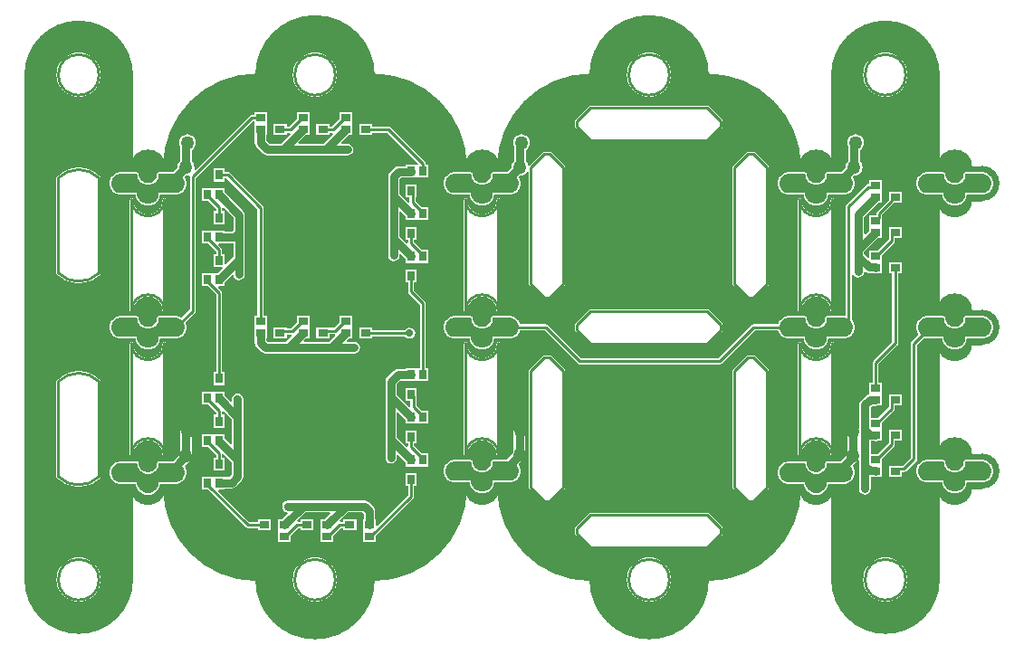
<source format=gtl>
G04*
G04 #@! TF.GenerationSoftware,Altium Limited,Altium Designer,20.2.6 (244)*
G04*
G04 Layer_Physical_Order=1*
G04 Layer_Color=255*
%FSLAX25Y25*%
%MOIN*%
G70*
G04*
G04 #@! TF.SameCoordinates,EC59DE11-5F21-440E-92AE-D345A4C3AF16*
G04*
G04*
G04 #@! TF.FilePolarity,Positive*
G04*
G01*
G75*
%ADD10C,0.01000*%
%ADD13R,0.03543X0.02756*%
%ADD14R,0.02756X0.03543*%
%ADD18C,0.03000*%
%ADD19C,0.04000*%
%ADD20C,0.05000*%
%ADD21C,0.02800*%
G36*
X398703Y326132D02*
X401426Y325403D01*
X404030Y324324D01*
X406470Y322915D01*
X408706Y321199D01*
X410699Y319206D01*
X412415Y316970D01*
X413824Y314530D01*
X414903Y311926D01*
X415632Y309203D01*
X416000Y306409D01*
Y305000D01*
X417670D01*
X420995Y304673D01*
X424271Y304021D01*
X427468Y303051D01*
X430554Y301773D01*
X433501Y300198D01*
X436278Y298342D01*
X438861Y296223D01*
X441223Y293861D01*
X443342Y291278D01*
X445198Y288501D01*
X446773Y285554D01*
X448051Y282468D01*
X449021Y279271D01*
X449673Y275995D01*
X449888Y273805D01*
X449934Y273341D01*
X449934D01*
Y273341D01*
X449934D01*
X450000Y272670D01*
X450000Y272327D01*
X450000Y272327D01*
Y271591D01*
X450231Y272750D01*
X450444Y273265D01*
D01*
X450683Y273842D01*
X451339Y274825D01*
X452175Y275660D01*
X453158Y276317D01*
X454250Y276769D01*
X455409Y277000D01*
X456591D01*
X457750Y276769D01*
X458842Y276317D01*
X459825Y275660D01*
X460661Y274825D01*
X461317Y273842D01*
X461500Y273400D01*
X461500D01*
X461500Y273400D01*
X461500D01*
X461769Y272750D01*
X462000Y271591D01*
X462000Y273500D01*
X462000Y273971D01*
Y305000D01*
Y306278D01*
X462334Y308812D01*
X462995Y311281D01*
X463973Y313643D01*
X465252Y315857D01*
X466808Y317885D01*
X468615Y319692D01*
X470643Y321248D01*
X472857Y322527D01*
X475218Y323505D01*
X477688Y324166D01*
X480222Y324500D01*
X482778D01*
X485312Y324166D01*
X487781Y323505D01*
X490143Y322527D01*
X492357Y321248D01*
X494385Y319692D01*
X496192Y317885D01*
X497748Y315857D01*
X499026Y313643D01*
X500005Y311281D01*
X500666Y308812D01*
X501000Y306278D01*
Y305000D01*
Y273971D01*
X501000Y273500D01*
X501000D01*
Y273500D01*
X501000D01*
X501000Y271591D01*
X501231Y272750D01*
X501500Y273401D01*
X501683Y273842D01*
X502340Y274825D01*
X503175Y275660D01*
X504158Y276317D01*
X505250Y276769D01*
X506409Y277000D01*
X507591D01*
X508750Y276769D01*
X509842Y276317D01*
X510825Y275660D01*
X511660Y274825D01*
X512317Y273842D01*
X512769Y272750D01*
X513000Y271591D01*
Y271000D01*
X517591D01*
X518750Y270769D01*
X519842Y270317D01*
X520825Y269660D01*
X521661Y268825D01*
X522317Y267842D01*
X522769Y266750D01*
X523000Y265591D01*
Y264409D01*
X522769Y263250D01*
X522317Y262158D01*
X521661Y261175D01*
X520825Y260339D01*
X519842Y259683D01*
X518750Y259231D01*
X517591Y259000D01*
X513000D01*
Y258409D01*
X512769Y257250D01*
X512317Y256158D01*
X511660Y255175D01*
X510825Y254340D01*
X509842Y253683D01*
X508750Y253231D01*
X507591Y253000D01*
X506409D01*
X505250Y253231D01*
X504158Y253683D01*
X503175Y254340D01*
X502340Y255175D01*
X501683Y256158D01*
X501500Y256599D01*
X501231Y257250D01*
X501000Y258409D01*
X501000Y256500D01*
X501000D01*
Y256500D01*
X501000D01*
X501000Y256029D01*
Y220971D01*
X501000Y220500D01*
X501000D01*
Y220500D01*
X501000D01*
X501000Y218591D01*
X501231Y219750D01*
X501500Y220401D01*
X501683Y220842D01*
X502340Y221825D01*
X503175Y222660D01*
X504158Y223317D01*
X505250Y223769D01*
X506409Y224000D01*
X507591D01*
X508750Y223769D01*
X509842Y223317D01*
X510825Y222660D01*
X511660Y221825D01*
X512317Y220842D01*
X512769Y219750D01*
X513000Y218591D01*
Y218000D01*
X517591D01*
X518750Y217769D01*
X519842Y217317D01*
X520825Y216660D01*
X521661Y215825D01*
X522317Y214842D01*
X522769Y213750D01*
X523000Y212591D01*
Y211409D01*
X522769Y210250D01*
X522317Y209158D01*
X521661Y208175D01*
X520825Y207340D01*
X519842Y206683D01*
X518750Y206231D01*
X517591Y206000D01*
X513000D01*
Y205409D01*
X512769Y204250D01*
X512317Y203158D01*
X511660Y202175D01*
X510825Y201340D01*
X509842Y200683D01*
X508750Y200231D01*
X507591Y200000D01*
X506409D01*
X505250Y200231D01*
X504158Y200683D01*
X503175Y201340D01*
X502340Y202175D01*
X501683Y203158D01*
X501500Y203599D01*
X501231Y204250D01*
X501000Y205409D01*
X501000Y203500D01*
X501000D01*
Y203500D01*
X501000D01*
X501000Y203029D01*
Y167971D01*
X501000Y167500D01*
X501000D01*
Y167500D01*
X501000D01*
X501000Y165591D01*
X501231Y166750D01*
X501500Y167401D01*
X501683Y167842D01*
X502340Y168825D01*
X503175Y169660D01*
X504158Y170317D01*
X505250Y170769D01*
X506409Y171000D01*
X507591D01*
X508750Y170769D01*
X509842Y170317D01*
X510825Y169660D01*
X511660Y168825D01*
X512317Y167842D01*
X512769Y166750D01*
X513000Y165591D01*
Y165000D01*
X517591D01*
X518750Y164769D01*
X519842Y164317D01*
X520825Y163661D01*
X521661Y162825D01*
X522317Y161842D01*
X522769Y160750D01*
X523000Y159591D01*
Y158409D01*
X522769Y157250D01*
X522317Y156158D01*
X521661Y155175D01*
X520825Y154340D01*
X519842Y153683D01*
X518750Y153231D01*
X517591Y153000D01*
X513000D01*
Y152409D01*
X512769Y151250D01*
X512317Y150158D01*
X511660Y149175D01*
X510825Y148339D01*
X509842Y147683D01*
X508750Y147231D01*
X507591Y147000D01*
X506409D01*
X505250Y147231D01*
X504158Y147683D01*
X503175Y148339D01*
X502340Y149175D01*
X501683Y150158D01*
X501500Y150599D01*
X501231Y151250D01*
X501000Y152409D01*
X501000Y150500D01*
X501000D01*
Y150500D01*
X501000D01*
X501000Y150029D01*
Y119000D01*
Y117722D01*
X500666Y115188D01*
X500005Y112718D01*
X499026Y110357D01*
X497748Y108143D01*
X496192Y106115D01*
X494385Y104308D01*
X492357Y102752D01*
X490143Y101473D01*
X487781Y100495D01*
X485312Y99834D01*
X482778Y99500D01*
X480222D01*
X477688Y99834D01*
X475218Y100495D01*
X472857Y101473D01*
X470643Y102752D01*
X468615Y104308D01*
X466808Y106115D01*
X465252Y108143D01*
X463973Y110357D01*
X462995Y112718D01*
X462334Y115188D01*
X462000Y117722D01*
Y119000D01*
Y150029D01*
X462000Y150500D01*
X462000Y152409D01*
X461769Y151250D01*
X461500Y150600D01*
X461500D01*
X461500Y150600D01*
X461500D01*
X461317Y150158D01*
X460661Y149175D01*
X459825Y148339D01*
X458842Y147683D01*
X457750Y147231D01*
X456591Y147000D01*
X455409D01*
X454250Y147231D01*
X453158Y147683D01*
X452175Y148339D01*
X451339Y149175D01*
X450683Y150158D01*
X450444Y150735D01*
X450444D01*
X450231Y151250D01*
X450124Y151787D01*
X450124Y151788D01*
X450000Y152409D01*
X450000Y151330D01*
X449934Y150659D01*
X449934Y150659D01*
Y150659D01*
X449934D01*
X449888Y150195D01*
X449673Y148005D01*
X449021Y144729D01*
X448051Y141532D01*
X446773Y138446D01*
X445198Y135499D01*
X443342Y132722D01*
X441223Y130140D01*
X438861Y127777D01*
X436278Y125658D01*
X433501Y123802D01*
X430554Y122227D01*
X427468Y120949D01*
X424271Y119979D01*
X420995Y119327D01*
X417670Y119000D01*
X416000Y119000D01*
Y117591D01*
X415632Y114797D01*
X414903Y112074D01*
X413824Y109470D01*
X412415Y107030D01*
X410699Y104794D01*
X408706Y102801D01*
X406470Y101085D01*
X404030Y99676D01*
X401426Y98597D01*
X398703Y97868D01*
X395909Y97500D01*
X393091D01*
X390297Y97868D01*
X387574Y98597D01*
X384970Y99676D01*
X382530Y101085D01*
X380294Y102801D01*
X378301Y104794D01*
X376585Y107030D01*
X375176Y109470D01*
X374097Y112074D01*
X373368Y114797D01*
X373000Y117591D01*
Y119000D01*
X371330D01*
X368005Y119327D01*
X364729Y119979D01*
X361532Y120949D01*
X358446Y122227D01*
X355499Y123802D01*
X352722Y125658D01*
X350139Y127777D01*
X347777Y130140D01*
X345658Y132722D01*
X343802Y135499D01*
X342227Y138446D01*
X340949Y141532D01*
X339979Y144729D01*
X339327Y148005D01*
X339112Y150195D01*
X339066Y150659D01*
X339066Y150659D01*
Y150659D01*
D01*
X339000Y151330D01*
X339000Y151673D01*
X339000Y151673D01*
Y152409D01*
X338769Y151250D01*
X338602Y150847D01*
X338377Y150303D01*
X338317Y150158D01*
X337661Y149175D01*
X336825Y148339D01*
X335842Y147683D01*
X334750Y147231D01*
X333591Y147000D01*
X332409D01*
X331250Y147231D01*
X330158Y147683D01*
X329175Y148339D01*
X328340Y149175D01*
X327683Y150158D01*
X327444Y150735D01*
X327444D01*
X327231Y151250D01*
X327124Y151787D01*
X327124Y151788D01*
X327000Y152409D01*
X327000Y151330D01*
X326934Y150659D01*
X326934Y150659D01*
Y150659D01*
X326934D01*
X326888Y150195D01*
X326673Y148005D01*
X326021Y144729D01*
X325051Y141532D01*
X323773Y138446D01*
X322198Y135499D01*
X320342Y132722D01*
X318223Y130140D01*
X315861Y127777D01*
X313278Y125658D01*
X310501Y123802D01*
X307554Y122227D01*
X304468Y120949D01*
X301271Y119979D01*
X297995Y119327D01*
X294670Y119000D01*
X293000Y119000D01*
Y117591D01*
X292632Y114797D01*
X291903Y112074D01*
X290824Y109470D01*
X289415Y107030D01*
X287699Y104794D01*
X285706Y102801D01*
X283470Y101085D01*
X281030Y99676D01*
X278426Y98597D01*
X275703Y97868D01*
X272909Y97500D01*
X270091D01*
X267297Y97868D01*
X264574Y98597D01*
X261970Y99676D01*
X259530Y101085D01*
X257294Y102801D01*
X255301Y104794D01*
X253585Y107030D01*
X252176Y109470D01*
X251097Y112074D01*
X250368Y114797D01*
X250000Y117591D01*
Y119000D01*
X248330D01*
X245005Y119327D01*
X241729Y119979D01*
X238532Y120949D01*
X235446Y122227D01*
X232499Y123802D01*
X229722Y125658D01*
X227139Y127777D01*
X224777Y130140D01*
X222658Y132722D01*
X220802Y135499D01*
X219227Y138446D01*
X217949Y141532D01*
X216979Y144729D01*
X216327Y148005D01*
X216112Y150195D01*
X216066Y150659D01*
X216066Y150659D01*
Y150659D01*
D01*
X216000Y151330D01*
X216000Y151673D01*
X216000Y151673D01*
Y152409D01*
X215769Y151250D01*
X215602Y150847D01*
X215377Y150303D01*
X215317Y150158D01*
X214661Y149175D01*
X213825Y148339D01*
X212842Y147683D01*
X211750Y147231D01*
X210591Y147000D01*
X209409D01*
X208250Y147231D01*
X207158Y147683D01*
X206175Y148339D01*
X205340Y149175D01*
X204683Y150158D01*
X204500Y150599D01*
X204230Y151250D01*
X204000Y152409D01*
X204000Y150500D01*
X204000D01*
Y150500D01*
X204000D01*
X204000Y150029D01*
Y119000D01*
Y117722D01*
X203666Y115188D01*
X203005Y112718D01*
X202027Y110357D01*
X200748Y108143D01*
X199192Y106115D01*
X197385Y104308D01*
X195357Y102752D01*
X193143Y101473D01*
X190781Y100495D01*
X188312Y99834D01*
X185778Y99500D01*
X183222D01*
X180688Y99834D01*
X178218Y100495D01*
X175857Y101473D01*
X173643Y102752D01*
X171615Y104308D01*
X169808Y106115D01*
X168252Y108143D01*
X166973Y110357D01*
X165995Y112718D01*
X165334Y115188D01*
X165000Y117722D01*
Y119000D01*
Y305000D01*
Y306278D01*
X165334Y308812D01*
X165995Y311281D01*
X166973Y313643D01*
X168252Y315857D01*
X169808Y317885D01*
X171615Y319692D01*
X173643Y321248D01*
X175857Y322527D01*
X178218Y323505D01*
X180688Y324166D01*
X183222Y324500D01*
X185778D01*
X188312Y324166D01*
X190781Y323505D01*
X193143Y322527D01*
X195357Y321248D01*
X197385Y319692D01*
X199192Y317885D01*
X200748Y315857D01*
X202027Y313643D01*
X203005Y311281D01*
X203666Y308812D01*
X204000Y306278D01*
Y305000D01*
Y273971D01*
X204000Y273500D01*
X204000D01*
Y273500D01*
X204000D01*
X204000Y271591D01*
X204230Y272750D01*
X204500Y273401D01*
X204683Y273842D01*
X205340Y274825D01*
X206175Y275660D01*
X207158Y276317D01*
X208250Y276769D01*
X209409Y277000D01*
X210591D01*
X211750Y276769D01*
X212842Y276317D01*
X213825Y275660D01*
X214661Y274825D01*
X215317Y273842D01*
X215556Y273265D01*
X215769Y272750D01*
X215876Y272213D01*
X215876Y272212D01*
X216000Y271591D01*
X216000Y272670D01*
X216066Y273341D01*
D01*
Y273341D01*
X216066D01*
X216112Y273805D01*
X216327Y275995D01*
X216979Y279271D01*
X217949Y282468D01*
X219227Y285554D01*
X220802Y288501D01*
X222658Y291278D01*
X224777Y293861D01*
X227139Y296223D01*
X229722Y298342D01*
X232499Y300198D01*
X235446Y301773D01*
X238532Y303051D01*
X241729Y304021D01*
X245005Y304673D01*
X248330Y305000D01*
X250000D01*
Y306409D01*
X250368Y309203D01*
X251097Y311926D01*
X252176Y314530D01*
X253585Y316970D01*
X255301Y319206D01*
X257294Y321199D01*
X259530Y322915D01*
X261970Y324324D01*
X264574Y325403D01*
X267297Y326132D01*
X270091Y326500D01*
X272909D01*
X275703Y326132D01*
X278426Y325403D01*
X281030Y324324D01*
X283470Y322915D01*
X285706Y321199D01*
X287699Y319206D01*
X289415Y316970D01*
X290824Y314530D01*
X291903Y311926D01*
X292632Y309203D01*
X293000Y306409D01*
Y305000D01*
X294670D01*
X297995Y304673D01*
X301271Y304021D01*
X304468Y303051D01*
X307554Y301773D01*
X310501Y300198D01*
X313278Y298342D01*
X315861Y296223D01*
X318223Y293861D01*
X320342Y291278D01*
X322198Y288501D01*
X323773Y285554D01*
X325051Y282468D01*
X326021Y279271D01*
X326673Y275995D01*
X326888Y273805D01*
X326934Y273341D01*
X326934D01*
Y273341D01*
X326934D01*
X327000Y272670D01*
X327000Y272327D01*
X327000Y272327D01*
Y271591D01*
X327231Y272750D01*
X327444Y273265D01*
D01*
X327683Y273842D01*
X328340Y274825D01*
X329175Y275660D01*
X330158Y276317D01*
X331250Y276769D01*
X332409Y277000D01*
X333591D01*
X334750Y276769D01*
X335842Y276317D01*
X336825Y275660D01*
X337661Y274825D01*
X338317Y273842D01*
X338556Y273265D01*
X338769Y272750D01*
X338876Y272213D01*
X338876Y272212D01*
X339000Y271591D01*
X339000Y272670D01*
X339066Y273341D01*
D01*
Y273341D01*
X339066D01*
X339112Y273805D01*
X339327Y275995D01*
X339979Y279271D01*
X340949Y282468D01*
X342227Y285554D01*
X343802Y288501D01*
X345658Y291278D01*
X347777Y293861D01*
X350139Y296223D01*
X352722Y298342D01*
X355499Y300198D01*
X358446Y301773D01*
X361532Y303051D01*
X364729Y304021D01*
X368005Y304673D01*
X371330Y305000D01*
X373000D01*
Y306409D01*
X373368Y309203D01*
X374097Y311926D01*
X375176Y314530D01*
X376585Y316970D01*
X378301Y319206D01*
X380294Y321199D01*
X382530Y322915D01*
X384970Y324324D01*
X387574Y325403D01*
X390297Y326132D01*
X393091Y326500D01*
X395909D01*
X398703Y326132D01*
D02*
G37*
%LPC*%
G36*
X272239Y313149D02*
X270761D01*
X270700Y313124D01*
X270635Y313137D01*
X269186Y312849D01*
X269130Y312812D01*
X269064D01*
X267699Y312246D01*
X267652Y312199D01*
X267587Y312186D01*
X266358Y311366D01*
X266321Y311310D01*
X266260Y311285D01*
X265215Y310240D01*
X265190Y310179D01*
X265134Y310142D01*
X264314Y308913D01*
X264301Y308848D01*
X264254Y308801D01*
X263688Y307436D01*
Y307370D01*
X263651Y307314D01*
X263363Y305865D01*
X263376Y305800D01*
X263351Y305739D01*
Y304261D01*
X263376Y304200D01*
X263363Y304135D01*
X263651Y302686D01*
X263688Y302630D01*
Y302564D01*
X264254Y301199D01*
X264301Y301152D01*
X264314Y301087D01*
X265134Y299858D01*
X265190Y299821D01*
X265215Y299760D01*
X266260Y298715D01*
X266321Y298690D01*
X266358Y298634D01*
X267587Y297814D01*
X267652Y297801D01*
X267699Y297754D01*
X269064Y297188D01*
X269130D01*
X269186Y297151D01*
X270635Y296863D01*
X270700Y296876D01*
X270761Y296851D01*
X272239D01*
X272300Y296876D01*
X272365Y296863D01*
X273814Y297151D01*
X273870Y297188D01*
X273936D01*
X275301Y297754D01*
X275348Y297801D01*
X275413Y297814D01*
X276642Y298634D01*
X276679Y298690D01*
X276740Y298715D01*
X277785Y299760D01*
X277810Y299821D01*
X277866Y299858D01*
X278686Y301087D01*
X278699Y301152D01*
X278746Y301199D01*
X279312Y302564D01*
Y302630D01*
X279349Y302686D01*
X279637Y304135D01*
X279624Y304200D01*
X279649Y304261D01*
Y305739D01*
X279624Y305800D01*
X279637Y305865D01*
X279349Y307314D01*
X279312Y307370D01*
Y307436D01*
X278746Y308801D01*
X278699Y308848D01*
X278686Y308913D01*
X277866Y310142D01*
X277810Y310179D01*
X277785Y310240D01*
X276740Y311285D01*
X276679Y311310D01*
X276642Y311366D01*
X275413Y312186D01*
X275348Y312199D01*
X275301Y312246D01*
X273936Y312812D01*
X273870D01*
X273814Y312849D01*
X272365Y313137D01*
X272300Y313124D01*
X272239Y313149D01*
D02*
G37*
G36*
X185239D02*
X183761D01*
X183700Y313124D01*
X183635Y313137D01*
X182186Y312849D01*
X182130Y312812D01*
X182064D01*
X180699Y312246D01*
X180652Y312199D01*
X180587Y312186D01*
X179358Y311366D01*
X179321Y311310D01*
X179260Y311285D01*
X178215Y310240D01*
X178190Y310179D01*
X178134Y310142D01*
X177314Y308913D01*
X177301Y308848D01*
X177254Y308801D01*
X176688Y307436D01*
Y307370D01*
X176651Y307314D01*
X176363Y305865D01*
X176376Y305800D01*
X176351Y305739D01*
Y304261D01*
X176376Y304200D01*
X176363Y304135D01*
X176651Y302686D01*
X176688Y302630D01*
Y302564D01*
X177254Y301199D01*
X177301Y301152D01*
X177314Y301087D01*
X178134Y299858D01*
X178190Y299821D01*
X178215Y299760D01*
X179260Y298715D01*
X179321Y298690D01*
X179358Y298634D01*
X180587Y297814D01*
X180652Y297801D01*
X180699Y297754D01*
X182064Y297188D01*
X182130D01*
X182186Y297151D01*
X183635Y296863D01*
X183700Y296876D01*
X183761Y296851D01*
X185239D01*
X185300Y296876D01*
X185365Y296863D01*
X186814Y297151D01*
X186870Y297188D01*
X186936D01*
X188301Y297754D01*
X188348Y297801D01*
X188413Y297814D01*
X189642Y298634D01*
X189679Y298690D01*
X189740Y298715D01*
X190785Y299760D01*
X190810Y299821D01*
X190866Y299858D01*
X191686Y301087D01*
X191699Y301152D01*
X191746Y301199D01*
X192312Y302564D01*
Y302630D01*
X192349Y302686D01*
X192637Y304135D01*
X192624Y304200D01*
X192649Y304261D01*
Y305739D01*
X192624Y305800D01*
X192637Y305865D01*
X192349Y307314D01*
X192312Y307370D01*
Y307436D01*
X191746Y308801D01*
X191699Y308848D01*
X191686Y308913D01*
X190866Y310142D01*
X190810Y310179D01*
X190785Y310240D01*
X189740Y311285D01*
X189679Y311310D01*
X189642Y311366D01*
X188413Y312186D01*
X188348Y312199D01*
X188301Y312246D01*
X186936Y312812D01*
X186870D01*
X186814Y312849D01*
X185365Y313137D01*
X185300Y313124D01*
X185239Y313149D01*
D02*
G37*
G36*
X482239D02*
X480761D01*
X480700Y313124D01*
X480635Y313137D01*
X479186Y312849D01*
X479130Y312812D01*
X479064D01*
X477699Y312246D01*
X477652Y312199D01*
X477587Y312186D01*
X476358Y311366D01*
X476321Y311310D01*
X476260Y311285D01*
X475215Y310240D01*
X475190Y310179D01*
X475134Y310142D01*
X474314Y308913D01*
X474301Y308848D01*
X474254Y308801D01*
X473688Y307436D01*
Y307370D01*
X473651Y307314D01*
X473363Y305865D01*
X473376Y305800D01*
X473351Y305739D01*
Y304261D01*
X473376Y304200D01*
X473363Y304135D01*
X473651Y302686D01*
X473688Y302630D01*
Y302564D01*
X474254Y301199D01*
X474301Y301152D01*
X474314Y301087D01*
X475134Y299858D01*
X475190Y299821D01*
X475215Y299760D01*
X476260Y298715D01*
X476321Y298690D01*
X476358Y298634D01*
X477587Y297814D01*
X477652Y297801D01*
X477699Y297754D01*
X479064Y297188D01*
X479130D01*
X479186Y297151D01*
X480635Y296863D01*
X480700Y296876D01*
X480761Y296851D01*
X482239D01*
X482300Y296876D01*
X482365Y296863D01*
X483814Y297151D01*
X483870Y297188D01*
X483936D01*
X485301Y297754D01*
X485348Y297801D01*
X485413Y297814D01*
X486642Y298634D01*
X486679Y298690D01*
X486740Y298715D01*
X487785Y299760D01*
X487810Y299821D01*
X487866Y299858D01*
X488686Y301087D01*
X488699Y301152D01*
X488746Y301199D01*
X489312Y302564D01*
Y302630D01*
X489349Y302686D01*
X489637Y304135D01*
X489624Y304200D01*
X489649Y304261D01*
Y305739D01*
X489624Y305800D01*
X489637Y305865D01*
X489349Y307314D01*
X489312Y307370D01*
Y307436D01*
X488746Y308801D01*
X488699Y308848D01*
X488686Y308913D01*
X487866Y310142D01*
X487810Y310179D01*
X487785Y310240D01*
X486740Y311285D01*
X486679Y311310D01*
X486642Y311366D01*
X485413Y312186D01*
X485348Y312199D01*
X485301Y312246D01*
X483936Y312812D01*
X483870D01*
X483814Y312849D01*
X482365Y313137D01*
X482300Y313124D01*
X482239Y313149D01*
D02*
G37*
G36*
X395239D02*
X393761D01*
X393700Y313124D01*
X393635Y313137D01*
X392186Y312849D01*
X392130Y312812D01*
X392064D01*
X390699Y312246D01*
X390652Y312199D01*
X390587Y312186D01*
X389358Y311366D01*
X389321Y311310D01*
X389260Y311285D01*
X388215Y310240D01*
X388190Y310179D01*
X388134Y310142D01*
X387314Y308913D01*
X387301Y308848D01*
X387254Y308801D01*
X386688Y307436D01*
Y307370D01*
X386651Y307314D01*
X386363Y305865D01*
X386376Y305800D01*
X386351Y305739D01*
Y304261D01*
X386376Y304200D01*
X386363Y304135D01*
X386651Y302686D01*
X386688Y302630D01*
Y302564D01*
X387254Y301199D01*
X387301Y301152D01*
X387314Y301087D01*
X388134Y299858D01*
X388190Y299821D01*
X388215Y299760D01*
X389260Y298715D01*
X389321Y298690D01*
X389358Y298634D01*
X390587Y297814D01*
X390652Y297801D01*
X390699Y297754D01*
X392064Y297188D01*
X392130D01*
X392186Y297151D01*
X393635Y296863D01*
X393700Y296876D01*
X393761Y296851D01*
X395239D01*
X395300Y296876D01*
X395365Y296863D01*
X396814Y297151D01*
X396870Y297188D01*
X396936D01*
X398301Y297754D01*
X398348Y297801D01*
X398413Y297814D01*
X399642Y298634D01*
X399679Y298690D01*
X399740Y298715D01*
X400785Y299760D01*
X400810Y299821D01*
X400866Y299858D01*
X401686Y301087D01*
X401699Y301152D01*
X401746Y301199D01*
X402312Y302564D01*
Y302630D01*
X402349Y302686D01*
X402637Y304135D01*
X402624Y304200D01*
X402649Y304261D01*
Y305739D01*
X402624Y305800D01*
X402637Y305865D01*
X402349Y307314D01*
X402312Y307370D01*
Y307436D01*
X401746Y308801D01*
X401699Y308848D01*
X401686Y308913D01*
X400866Y310142D01*
X400810Y310179D01*
X400785Y310240D01*
X399740Y311285D01*
X399679Y311310D01*
X399642Y311366D01*
X398413Y312186D01*
X398348Y312199D01*
X398301Y312246D01*
X396936Y312812D01*
X396870D01*
X396814Y312849D01*
X395365Y313137D01*
X395300Y313124D01*
X395239Y313149D01*
D02*
G37*
G36*
X285269Y291143D02*
X280526D01*
Y288774D01*
X277708Y285956D01*
X276761D01*
Y286812D01*
X272018D01*
Y282857D01*
X276761D01*
Y283713D01*
X277891D01*
X278098Y283213D01*
X274527Y279641D01*
X265523D01*
X265332Y280103D01*
X268085Y282857D01*
X269556D01*
Y286688D01*
X269556Y286812D01*
X269556D01*
Y287188D01*
X269556D01*
Y291143D01*
X264813D01*
Y288774D01*
X261995Y285956D01*
X261048D01*
Y286812D01*
X256305D01*
Y282857D01*
X261048D01*
Y283713D01*
X262178D01*
X262385Y283213D01*
X258814Y279641D01*
X254887D01*
X253613Y280915D01*
Y282857D01*
X253843D01*
Y286687D01*
X253843Y286812D01*
Y287188D01*
X253843Y287313D01*
Y291143D01*
X249100D01*
Y290287D01*
X248192D01*
X248192Y290287D01*
X247763Y290202D01*
X247399Y289959D01*
X247399Y289959D01*
X227482Y270041D01*
X227329Y270091D01*
X227035Y270301D01*
X227127Y271000D01*
X227020Y271809D01*
X226708Y272563D01*
X226211Y273211D01*
X226141Y273265D01*
Y277352D01*
X226711Y277789D01*
X227208Y278437D01*
X227520Y279191D01*
X227627Y280000D01*
X227520Y280809D01*
X227208Y281563D01*
X226711Y282211D01*
X226063Y282708D01*
X225309Y283020D01*
X224500Y283127D01*
X223691Y283020D01*
X222937Y282708D01*
X222289Y282211D01*
X221792Y281563D01*
X221480Y280809D01*
X221373Y280000D01*
X221480Y279191D01*
X221792Y278437D01*
X221859Y278350D01*
Y273265D01*
X221789Y273211D01*
X221292Y272563D01*
X220980Y271809D01*
X220873Y271000D01*
X220885Y270913D01*
X219121Y269149D01*
X214000D01*
X213789Y269062D01*
X213572Y268988D01*
X213562Y268968D01*
X213541Y268959D01*
X213453Y268748D01*
X213352Y268543D01*
X213322Y268084D01*
X213090Y267220D01*
X212654Y266464D01*
X212036Y265846D01*
X211280Y265410D01*
X210437Y265184D01*
X209563D01*
X208720Y265410D01*
X207964Y265846D01*
X207346Y266464D01*
X206910Y267220D01*
X206678Y268084D01*
X206648Y268543D01*
X206547Y268748D01*
X206459Y268959D01*
X206438Y268968D01*
X206428Y268988D01*
X206211Y269062D01*
X206000Y269149D01*
X199539D01*
X199458Y269116D01*
X199371Y269127D01*
X198481Y268889D01*
X198411Y268835D01*
X198324Y268824D01*
X197526Y268363D01*
X197473Y268293D01*
X197392Y268260D01*
X196740Y267608D01*
X196706Y267527D01*
X196637Y267474D01*
X196176Y266676D01*
X196165Y266589D01*
X196111Y266519D01*
X195873Y265629D01*
X195884Y265542D01*
X195851Y265461D01*
Y264539D01*
X195884Y264458D01*
X195873Y264371D01*
X196111Y263481D01*
X196165Y263411D01*
X196176Y263324D01*
X196637Y262526D01*
X196706Y262473D01*
X196740Y262392D01*
X197392Y261740D01*
X197473Y261706D01*
X197526Y261637D01*
X198324Y261176D01*
X198411Y261165D01*
X198481Y261111D01*
X199371Y260873D01*
X199458Y260884D01*
X199539Y260851D01*
X205333D01*
X205373Y260805D01*
X205645Y259788D01*
X205699Y259718D01*
X205710Y259631D01*
X206237Y258719D01*
X206306Y258666D01*
X206340Y258585D01*
X207085Y257840D01*
X207166Y257806D01*
X207219Y257737D01*
X208131Y257210D01*
X208218Y257199D01*
X208288Y257145D01*
X209305Y256873D01*
X209392Y256884D01*
X209473Y256851D01*
X210527D01*
X210608Y256884D01*
X210695Y256873D01*
X211712Y257145D01*
X211782Y257199D01*
X211869Y257210D01*
X212781Y257737D01*
X212834Y257806D01*
X212915Y257840D01*
X213660Y258585D01*
X213694Y258666D01*
X213763Y258719D01*
X214290Y259631D01*
X214301Y259718D01*
X214355Y259788D01*
X214627Y260805D01*
X214667Y260851D01*
X220461D01*
X220542Y260884D01*
X220629Y260873D01*
X221519Y261111D01*
X221589Y261165D01*
X221676Y261176D01*
X222474Y261637D01*
X222527Y261706D01*
X222608Y261740D01*
X223260Y262392D01*
X223293Y262473D01*
X223363Y262526D01*
X223824Y263324D01*
X223835Y263411D01*
X223889Y263481D01*
X224127Y264371D01*
X224116Y264458D01*
X224149Y264539D01*
Y265461D01*
X224116Y265542D01*
X224127Y265629D01*
X223889Y266519D01*
X223835Y266589D01*
X223824Y266676D01*
X223414Y267386D01*
X223913Y267885D01*
X224000Y267873D01*
X224809Y267980D01*
X225018Y268066D01*
X225422Y267692D01*
X225378Y267473D01*
X225378Y267473D01*
Y218465D01*
X222349Y215435D01*
X221676Y215824D01*
X221589Y215835D01*
X221519Y215889D01*
X220629Y216127D01*
X220542Y216116D01*
X220461Y216149D01*
X214000D01*
X213789Y216062D01*
X213572Y215988D01*
X213562Y215968D01*
X213541Y215959D01*
X213453Y215748D01*
X213352Y215543D01*
X213322Y215084D01*
X213090Y214220D01*
X212654Y213464D01*
X212036Y212846D01*
X211280Y212410D01*
X210437Y212184D01*
X209563D01*
X208720Y212410D01*
X207964Y212846D01*
X207346Y213464D01*
X206910Y214220D01*
X206678Y215084D01*
X206648Y215543D01*
X206547Y215748D01*
X206459Y215959D01*
X206438Y215968D01*
X206428Y215988D01*
X206211Y216062D01*
X206000Y216149D01*
X199539D01*
X199458Y216116D01*
X199371Y216127D01*
X198481Y215889D01*
X198411Y215835D01*
X198324Y215824D01*
X197526Y215363D01*
X197473Y215294D01*
X197392Y215260D01*
X196740Y214608D01*
X196706Y214527D01*
X196637Y214474D01*
X196176Y213676D01*
X196165Y213589D01*
X196111Y213519D01*
X195873Y212629D01*
X195884Y212542D01*
X195851Y212461D01*
Y211539D01*
X195884Y211458D01*
X195873Y211371D01*
X196111Y210481D01*
X196165Y210411D01*
X196176Y210324D01*
X196637Y209526D01*
X196706Y209473D01*
X196740Y209392D01*
X197392Y208740D01*
X197473Y208706D01*
X197526Y208637D01*
X198324Y208176D01*
X198411Y208165D01*
X198481Y208111D01*
X199371Y207873D01*
X199458Y207884D01*
X199539Y207851D01*
X205333D01*
X205373Y207805D01*
X205645Y206788D01*
X205699Y206718D01*
X205710Y206631D01*
X206237Y205719D01*
X206306Y205666D01*
X206340Y205585D01*
X207085Y204840D01*
X207166Y204806D01*
X207219Y204737D01*
X208131Y204210D01*
X208218Y204199D01*
X208288Y204145D01*
X209305Y203873D01*
X209392Y203884D01*
X209473Y203851D01*
X210527D01*
X210608Y203884D01*
X210695Y203873D01*
X211712Y204145D01*
X211782Y204199D01*
X211869Y204210D01*
X212781Y204737D01*
X212834Y204806D01*
X212915Y204840D01*
X213660Y205585D01*
X213694Y205666D01*
X213763Y205719D01*
X214290Y206631D01*
X214301Y206718D01*
X214355Y206788D01*
X214627Y207805D01*
X214667Y207851D01*
X220461D01*
X220542Y207884D01*
X220629Y207873D01*
X221519Y208111D01*
X221589Y208165D01*
X221676Y208176D01*
X222474Y208637D01*
X222527Y208706D01*
X222608Y208740D01*
X223260Y209392D01*
X223293Y209473D01*
X223363Y209526D01*
X223824Y210324D01*
X223835Y210411D01*
X223889Y210481D01*
X224127Y211371D01*
X224116Y211458D01*
X224149Y211539D01*
Y212461D01*
X224116Y212542D01*
X224127Y212629D01*
X223889Y213519D01*
X223835Y213589D01*
X223824Y213676D01*
X223801Y213715D01*
X227293Y217207D01*
X227293Y217207D01*
X227536Y217571D01*
X227622Y218000D01*
Y267009D01*
X248600Y287987D01*
X249100Y287907D01*
Y287313D01*
X249100Y287188D01*
Y286812D01*
X249100Y286687D01*
Y282857D01*
X249330D01*
Y280028D01*
X249494Y279209D01*
X249958Y278514D01*
X252486Y275986D01*
X253181Y275522D01*
X254000Y275359D01*
X283500D01*
X284319Y275522D01*
X285014Y275986D01*
X285478Y276681D01*
X285641Y277500D01*
X285478Y278319D01*
X285014Y279014D01*
X284319Y279478D01*
X283500Y279641D01*
X281236D01*
X281045Y280103D01*
X283798Y282857D01*
X285269D01*
Y286688D01*
X285269Y286812D01*
X285269D01*
Y287188D01*
X285269D01*
Y291143D01*
D02*
G37*
G36*
X416000Y293649D02*
X373000D01*
X372541Y293459D01*
X367541Y288459D01*
X367351Y288000D01*
Y286000D01*
X367541Y285541D01*
X372541Y280541D01*
X373000Y280351D01*
X416000D01*
X416459Y280541D01*
X421459Y285541D01*
X421649Y286000D01*
Y288000D01*
X421459Y288459D01*
X416459Y293459D01*
X416000Y293649D01*
D02*
G37*
G36*
X292474Y286812D02*
X287731D01*
Y282857D01*
X292474D01*
Y283713D01*
X298201D01*
X309552Y272362D01*
X309361Y271900D01*
X309188Y271900D01*
X308812D01*
X308687Y271900D01*
X304857D01*
Y271398D01*
X302257D01*
X301438Y271235D01*
X300743Y270771D01*
X298986Y269013D01*
X298522Y268319D01*
X298359Y267499D01*
Y260299D01*
Y244587D01*
Y238500D01*
X298522Y237681D01*
X298986Y236986D01*
X299681Y236522D01*
X300500Y236359D01*
X301319Y236522D01*
X302014Y236986D01*
X302478Y237681D01*
X302641Y238500D01*
Y238764D01*
X303103Y238955D01*
X304857Y237202D01*
Y235731D01*
X308688D01*
X308812Y235731D01*
Y235731D01*
X309188D01*
Y235731D01*
X313143D01*
Y240474D01*
X310774D01*
X307956Y243292D01*
Y244239D01*
X308812D01*
Y248982D01*
X304857D01*
Y244239D01*
X305713D01*
Y243109D01*
X305213Y242902D01*
X302641Y245474D01*
Y254477D01*
X303103Y254668D01*
X304857Y252915D01*
Y251444D01*
X308688D01*
X308812Y251444D01*
Y251444D01*
X309188D01*
Y251444D01*
X313143D01*
Y256187D01*
X310774D01*
X308570Y258391D01*
Y259952D01*
X308812D01*
Y264695D01*
X304857D01*
Y259952D01*
X306327D01*
Y258208D01*
X305827Y258001D01*
X302641Y261186D01*
Y266612D01*
X303144Y267115D01*
X306712D01*
X306919Y267157D01*
X308687D01*
X308812Y267157D01*
X309188D01*
X309313Y267157D01*
X313143D01*
Y271900D01*
X312471D01*
X312287Y272335D01*
X312202Y272764D01*
X311959Y273128D01*
X299459Y285628D01*
X299095Y285871D01*
X298665Y285956D01*
X298665Y285956D01*
X292474D01*
Y286812D01*
D02*
G37*
G36*
X185195Y270756D02*
X183805D01*
X183763Y270739D01*
X183720Y270750D01*
X182342Y270569D01*
X182303Y270547D01*
X182258Y270552D01*
X180915Y270193D01*
X180880Y270165D01*
X180835D01*
X179550Y269633D01*
X179518Y269601D01*
X179474Y269596D01*
X178270Y268900D01*
X178243Y268865D01*
X178199Y268853D01*
X177096Y268007D01*
X177074Y267968D01*
X177032Y267951D01*
X176541Y267459D01*
X176351Y267000D01*
Y232000D01*
X176462Y231731D01*
X176541Y231541D01*
X177032Y231049D01*
X177074Y231032D01*
X177096Y230993D01*
X178199Y230147D01*
X178243Y230135D01*
X178270Y230100D01*
X179474Y229404D01*
X179518Y229398D01*
X179550Y229367D01*
X180835Y228835D01*
X180880D01*
X180915Y228807D01*
X182258Y228448D01*
X182303Y228453D01*
X182342Y228431D01*
X183720Y228250D01*
X183763Y228261D01*
X183805Y228244D01*
X185195D01*
X185237Y228261D01*
X185280Y228250D01*
X186658Y228431D01*
X186697Y228453D01*
X186742Y228448D01*
X188085Y228807D01*
X188120Y228835D01*
X188165D01*
X189450Y229367D01*
X189481Y229398D01*
X189526Y229404D01*
X190730Y230100D01*
X190757Y230135D01*
X190801Y230147D01*
X191904Y230993D01*
X191926Y231032D01*
X191968Y231049D01*
X192459Y231541D01*
X192649Y232000D01*
X192649Y267000D01*
X192538Y267269D01*
X192459Y267459D01*
X191968Y267951D01*
X191926Y267968D01*
X191904Y268007D01*
X190801Y268853D01*
X190757Y268865D01*
X190730Y268900D01*
X189526Y269596D01*
X189481Y269601D01*
X189450Y269633D01*
X188165Y270165D01*
X188120D01*
X188085Y270193D01*
X186742Y270552D01*
X186697Y270547D01*
X186659Y270569D01*
X185280Y270750D01*
X185237Y270739D01*
X185195Y270756D01*
D02*
G37*
G36*
X517461Y269149D02*
X511000D01*
X510788Y269062D01*
X510572Y268988D01*
X510562Y268968D01*
X510541Y268959D01*
X510453Y268748D01*
X510352Y268543D01*
X510322Y268084D01*
X510090Y267220D01*
X509654Y266464D01*
X509036Y265846D01*
X508280Y265410D01*
X507437Y265184D01*
X506563D01*
X505720Y265410D01*
X504964Y265846D01*
X504346Y266464D01*
X503910Y267220D01*
X503678Y268084D01*
X503648Y268543D01*
X503547Y268748D01*
X503459Y268959D01*
X503438Y268968D01*
X503428Y268988D01*
X503211Y269062D01*
X503000Y269149D01*
X496539D01*
X496458Y269116D01*
X496371Y269127D01*
X495481Y268889D01*
X495411Y268835D01*
X495324Y268824D01*
X494526Y268363D01*
X494473Y268293D01*
X494392Y268260D01*
X493740Y267608D01*
X493707Y267527D01*
X493637Y267474D01*
X493176Y266676D01*
X493165Y266589D01*
X493111Y266519D01*
X492873Y265629D01*
X492884Y265542D01*
X492851Y265461D01*
Y264539D01*
X492884Y264458D01*
X492873Y264371D01*
X493111Y263481D01*
X493165Y263411D01*
X493176Y263324D01*
X493637Y262526D01*
X493707Y262473D01*
X493740Y262392D01*
X494392Y261740D01*
X494473Y261706D01*
X494526Y261637D01*
X495324Y261176D01*
X495411Y261165D01*
X495481Y261111D01*
X496371Y260873D01*
X496458Y260884D01*
X496539Y260851D01*
X502333D01*
X502373Y260805D01*
X502645Y259788D01*
X502699Y259718D01*
X502710Y259631D01*
X503237Y258719D01*
X503306Y258666D01*
X503340Y258585D01*
X504085Y257840D01*
X504166Y257806D01*
X504219Y257737D01*
X505131Y257210D01*
X505218Y257199D01*
X505288Y257145D01*
X506305Y256873D01*
X506392Y256884D01*
X506473Y256851D01*
X507527D01*
X507608Y256884D01*
X507695Y256873D01*
X508712Y257145D01*
X508782Y257199D01*
X508869Y257210D01*
X509781Y257737D01*
X509834Y257806D01*
X509915Y257840D01*
X510660Y258585D01*
X510694Y258666D01*
X510763Y258719D01*
X511290Y259631D01*
X511301Y259718D01*
X511355Y259788D01*
X511627Y260805D01*
X511667Y260851D01*
X517461D01*
X517542Y260884D01*
X517629Y260873D01*
X518519Y261111D01*
X518589Y261165D01*
X518676Y261176D01*
X519474Y261637D01*
X519527Y261706D01*
X519608Y261740D01*
X520260Y262392D01*
X520294Y262473D01*
X520363Y262526D01*
X520824Y263324D01*
X520835Y263411D01*
X520889Y263481D01*
X521127Y264371D01*
X521116Y264458D01*
X521149Y264539D01*
Y265461D01*
X521116Y265542D01*
X521127Y265629D01*
X520889Y266519D01*
X520835Y266589D01*
X520824Y266676D01*
X520363Y267474D01*
X520294Y267527D01*
X520260Y267608D01*
X519608Y268260D01*
X519527Y268293D01*
X519474Y268363D01*
X518676Y268824D01*
X518589Y268835D01*
X518519Y268889D01*
X517629Y269127D01*
X517542Y269116D01*
X517461Y269149D01*
D02*
G37*
G36*
X470500Y283127D02*
X469691Y283020D01*
X468937Y282708D01*
X468289Y282211D01*
X467792Y281563D01*
X467480Y280809D01*
X467373Y280000D01*
X467480Y279191D01*
X467792Y278437D01*
X467859Y278350D01*
Y273265D01*
X467789Y273211D01*
X467292Y272563D01*
X466980Y271809D01*
X466873Y271000D01*
X466885Y270913D01*
X465121Y269149D01*
X460000D01*
X459789Y269062D01*
X459572Y268988D01*
X459562Y268968D01*
X459541Y268959D01*
X459453Y268748D01*
X459352Y268543D01*
X459322Y268084D01*
X459090Y267220D01*
X458654Y266464D01*
X458036Y265846D01*
X457280Y265410D01*
X456437Y265184D01*
X455563D01*
X454720Y265410D01*
X453964Y265846D01*
X453346Y266464D01*
X452910Y267220D01*
X452678Y268084D01*
X452648Y268543D01*
X452547Y268748D01*
X452459Y268959D01*
X452438Y268968D01*
X452428Y268988D01*
X452212Y269062D01*
X452000Y269149D01*
X445539D01*
X445458Y269116D01*
X445371Y269127D01*
X444481Y268889D01*
X444411Y268835D01*
X444324Y268824D01*
X443526Y268363D01*
X443473Y268293D01*
X443392Y268260D01*
X442740Y267608D01*
X442706Y267527D01*
X442637Y267474D01*
X442176Y266676D01*
X442165Y266589D01*
X442111Y266519D01*
X441873Y265629D01*
X441884Y265542D01*
X441851Y265461D01*
Y264539D01*
X441884Y264458D01*
X441873Y264371D01*
X442111Y263481D01*
X442165Y263411D01*
X442176Y263324D01*
X442637Y262526D01*
X442706Y262473D01*
X442740Y262392D01*
X443392Y261740D01*
X443473Y261706D01*
X443526Y261637D01*
X444324Y261176D01*
X444411Y261165D01*
X444481Y261111D01*
X445371Y260873D01*
X445458Y260884D01*
X445539Y260851D01*
X451333D01*
X451373Y260805D01*
X451645Y259788D01*
X451699Y259718D01*
X451710Y259631D01*
X452237Y258719D01*
X452306Y258666D01*
X452340Y258585D01*
X453085Y257840D01*
X453166Y257806D01*
X453219Y257737D01*
X454131Y257210D01*
X454218Y257199D01*
X454288Y257145D01*
X455305Y256873D01*
X455392Y256884D01*
X455473Y256851D01*
X456527D01*
X456608Y256884D01*
X456695Y256873D01*
X457712Y257145D01*
X457782Y257199D01*
X457869Y257210D01*
X458781Y257737D01*
X458834Y257806D01*
X458915Y257840D01*
X459660Y258585D01*
X459694Y258666D01*
X459763Y258719D01*
X460290Y259631D01*
X460301Y259718D01*
X460355Y259788D01*
X460627Y260805D01*
X460667Y260851D01*
X466461D01*
X466542Y260884D01*
X466629Y260873D01*
X467519Y261111D01*
X467589Y261165D01*
X467676Y261176D01*
X468474Y261637D01*
X468527Y261706D01*
X468608Y261740D01*
X469260Y262392D01*
X469293Y262473D01*
X469363Y262526D01*
X469824Y263324D01*
X469835Y263411D01*
X469889Y263481D01*
X470127Y264371D01*
X470116Y264458D01*
X470149Y264539D01*
Y265461D01*
X470116Y265542D01*
X470127Y265629D01*
X469889Y266519D01*
X469835Y266589D01*
X469824Y266676D01*
X469414Y267386D01*
X469913Y267885D01*
X470000Y267873D01*
X470809Y267980D01*
X471563Y268292D01*
X472211Y268789D01*
X472708Y269437D01*
X473020Y270191D01*
X473127Y271000D01*
X473020Y271809D01*
X472708Y272563D01*
X472211Y273211D01*
X472141Y273265D01*
Y277352D01*
X472711Y277789D01*
X473208Y278437D01*
X473520Y279191D01*
X473627Y280000D01*
X473520Y280809D01*
X473208Y281563D01*
X472711Y282211D01*
X472063Y282708D01*
X471309Y283020D01*
X470500Y283127D01*
D02*
G37*
G36*
X327000Y259649D02*
X326984Y259643D01*
X326968Y259649D01*
X326757Y259549D01*
X326541Y259459D01*
X326540Y259458D01*
X326534Y259443D01*
X326519Y259436D01*
X326518Y259434D01*
X326440Y259216D01*
X326351Y259000D01*
Y218000D01*
X326440Y217784D01*
X326519Y217564D01*
X326534Y217557D01*
X326540Y217543D01*
X326541Y217541D01*
X326757Y217451D01*
X326968Y217351D01*
X326984Y217357D01*
X327000Y217351D01*
X327002Y217351D01*
X327216Y217440D01*
X327436Y217519D01*
X327443Y217534D01*
X327459Y217541D01*
X327549Y217757D01*
X327649Y217968D01*
X327675Y218508D01*
X327883Y219552D01*
X328284Y220521D01*
X328866Y221392D01*
X329608Y222134D01*
X330479Y222716D01*
X331448Y223117D01*
X332476Y223322D01*
X333524D01*
X334552Y223117D01*
X335521Y222716D01*
X336392Y222134D01*
X337134Y221392D01*
X337716Y220521D01*
X338117Y219552D01*
X338325Y218508D01*
X338351Y217968D01*
X338451Y217757D01*
X338540Y217544D01*
X338541Y217541D01*
X338557Y217534D01*
X338563Y217521D01*
X338564Y217519D01*
X338784Y217440D01*
X339000Y217351D01*
X339016Y217357D01*
X339032Y217351D01*
X339244Y217451D01*
X339459Y217541D01*
X339460Y217544D01*
X339466Y217557D01*
X339481Y217564D01*
X339482Y217566D01*
X339560Y217784D01*
X339649Y218000D01*
Y259000D01*
X339560Y259216D01*
X339481Y259436D01*
X339466Y259443D01*
X339459Y259459D01*
X339243Y259549D01*
X339032Y259649D01*
X339016Y259643D01*
X339000Y259649D01*
X338784Y259560D01*
X338564Y259481D01*
X338557Y259466D01*
X338541Y259459D01*
X338540Y259457D01*
X338451Y259243D01*
X338351Y259032D01*
X338325Y258492D01*
X338117Y257448D01*
X337716Y256479D01*
X337134Y255608D01*
X336392Y254866D01*
X335521Y254284D01*
X334552Y253883D01*
X333524Y253678D01*
X332476D01*
X331448Y253883D01*
X330479Y254284D01*
X329608Y254866D01*
X328866Y255608D01*
X328284Y256479D01*
X327883Y257448D01*
X327675Y258492D01*
X327649Y259032D01*
X327549Y259243D01*
X327459Y259459D01*
X327443Y259466D01*
X327437Y259478D01*
X327436Y259481D01*
X327216Y259560D01*
X327003Y259648D01*
X327000Y259649D01*
D02*
G37*
G36*
X462000D02*
X461784Y259560D01*
X461564Y259481D01*
X461557Y259466D01*
X461541Y259459D01*
X461540Y259457D01*
X461451Y259243D01*
X461351Y259032D01*
X461325Y258492D01*
X461117Y257448D01*
X460716Y256479D01*
X460134Y255608D01*
X459392Y254866D01*
X458521Y254284D01*
X457552Y253883D01*
X456524Y253678D01*
X455476D01*
X454448Y253883D01*
X453479Y254284D01*
X452608Y254866D01*
X451866Y255608D01*
X451284Y256479D01*
X450883Y257448D01*
X450675Y258492D01*
X450649Y259032D01*
X450549Y259243D01*
X450459Y259459D01*
X450444Y259466D01*
X450437Y259478D01*
X450436Y259481D01*
X450216Y259560D01*
X450000Y259649D01*
X449984Y259643D01*
X449968Y259649D01*
X449756Y259548D01*
X449541Y259459D01*
X449534Y259443D01*
X449519Y259436D01*
X449518Y259434D01*
X449440Y259216D01*
X449351Y259000D01*
Y218000D01*
X449440Y217784D01*
X449519Y217564D01*
X449534Y217557D01*
X449541Y217541D01*
X449757Y217451D01*
X449968Y217351D01*
X449984Y217357D01*
X450000Y217351D01*
X450216Y217440D01*
X450436Y217519D01*
X450444Y217534D01*
X450459Y217541D01*
X450549Y217757D01*
X450649Y217968D01*
X450675Y218508D01*
X450883Y219552D01*
X451284Y220521D01*
X451866Y221392D01*
X452608Y222134D01*
X453479Y222716D01*
X454448Y223117D01*
X455476Y223322D01*
X456524D01*
X457552Y223117D01*
X458521Y222716D01*
X459392Y222134D01*
X460134Y221392D01*
X460716Y220521D01*
X461117Y219552D01*
X461325Y218508D01*
X461351Y217968D01*
X461451Y217757D01*
X461540Y217544D01*
X461541Y217541D01*
X461557Y217534D01*
X461563Y217521D01*
X461564Y217519D01*
X461784Y217440D01*
X462000Y217351D01*
X462016Y217357D01*
X462032Y217351D01*
X462244Y217451D01*
X462459Y217541D01*
X462460Y217544D01*
X462466Y217557D01*
X462481Y217564D01*
X462482Y217566D01*
X462560Y217784D01*
X462649Y218000D01*
Y259000D01*
X462560Y259216D01*
X462481Y259436D01*
X462466Y259443D01*
X462459Y259459D01*
X462243Y259549D01*
X462032Y259649D01*
X462016Y259643D01*
X462000Y259649D01*
D02*
G37*
G36*
X216000D02*
X215784Y259560D01*
X215564Y259481D01*
X215557Y259466D01*
X215541Y259459D01*
X215540Y259457D01*
X215451Y259243D01*
X215351Y259032D01*
X215325Y258492D01*
X215117Y257448D01*
X214716Y256479D01*
X214134Y255608D01*
X213392Y254866D01*
X212521Y254284D01*
X211552Y253883D01*
X210524Y253678D01*
X209476D01*
X208448Y253883D01*
X207479Y254284D01*
X206608Y254866D01*
X205866Y255608D01*
X205284Y256479D01*
X204883Y257448D01*
X204675Y258492D01*
X204649Y259032D01*
X204549Y259243D01*
X204459Y259459D01*
X204444Y259466D01*
X204436Y259481D01*
X204216Y259560D01*
X204000Y259649D01*
X203984Y259643D01*
X203968Y259649D01*
X203757Y259549D01*
X203541Y259459D01*
X203534Y259443D01*
X203519Y259436D01*
X203440Y259216D01*
X203351Y259000D01*
Y218000D01*
X203440Y217784D01*
X203519Y217564D01*
X203534Y217557D01*
X203541Y217541D01*
X203757Y217451D01*
X203968Y217351D01*
X203984Y217357D01*
X204000Y217351D01*
X204216Y217440D01*
X204436Y217519D01*
X204444Y217534D01*
X204459Y217541D01*
X204549Y217757D01*
X204649Y217968D01*
X204675Y218508D01*
X204883Y219552D01*
X205284Y220521D01*
X205866Y221392D01*
X206608Y222134D01*
X207479Y222716D01*
X208448Y223117D01*
X209476Y223322D01*
X210524D01*
X211552Y223117D01*
X212521Y222716D01*
X213392Y222134D01*
X214134Y221392D01*
X214716Y220521D01*
X215117Y219552D01*
X215325Y218508D01*
X215351Y217968D01*
X215451Y217757D01*
X215540Y217544D01*
X215541Y217541D01*
X215557Y217534D01*
X215563Y217521D01*
X215564Y217519D01*
X215784Y217440D01*
X216000Y217351D01*
X216016Y217357D01*
X216032Y217351D01*
X216244Y217451D01*
X216459Y217541D01*
X216460Y217544D01*
X216466Y217557D01*
X216481Y217564D01*
X216482Y217566D01*
X216560Y217784D01*
X216649Y218000D01*
Y259000D01*
X216560Y259216D01*
X216481Y259436D01*
X216466Y259443D01*
X216459Y259459D01*
X216243Y259549D01*
X216032Y259649D01*
X216016Y259643D01*
X216000Y259649D01*
D02*
G37*
G36*
X234188Y263269D02*
X233812D01*
X233812Y263269D01*
X229857D01*
Y258526D01*
X232226D01*
X235044Y255708D01*
Y254761D01*
X234188D01*
Y250018D01*
X238143D01*
Y254761D01*
X237287D01*
Y255891D01*
X237787Y256098D01*
X241359Y252526D01*
Y247829D01*
X240856Y247326D01*
X238143D01*
Y247556D01*
X234312D01*
X234188Y247556D01*
Y247556D01*
X233812D01*
Y247556D01*
X229857D01*
Y242813D01*
X232226D01*
X235044Y239995D01*
Y239048D01*
X234188D01*
Y234305D01*
X237168D01*
X237359Y233843D01*
X235360Y231843D01*
X234312D01*
X234188Y231843D01*
Y231843D01*
X233812D01*
Y231843D01*
X229857D01*
Y227100D01*
X232226D01*
X235044Y224282D01*
Y195474D01*
X234188D01*
Y190731D01*
X238143D01*
Y195474D01*
X237287D01*
Y224747D01*
X237287Y224747D01*
X237202Y225176D01*
X236959Y225540D01*
X236959Y225540D01*
X235860Y226638D01*
X236052Y227100D01*
X238143D01*
Y228571D01*
X240886Y231314D01*
X241429Y231149D01*
X241522Y230681D01*
X241986Y229986D01*
X242681Y229522D01*
X243500Y229359D01*
X244319Y229522D01*
X245014Y229986D01*
X245478Y230681D01*
X245641Y231500D01*
Y236956D01*
Y246942D01*
Y253413D01*
X245478Y254233D01*
X245014Y254927D01*
X238143Y261798D01*
Y263269D01*
X234298D01*
X234188Y263269D01*
D02*
G37*
G36*
X480269Y266143D02*
X475526D01*
Y265179D01*
X475212Y264833D01*
X474782Y264748D01*
X474419Y264505D01*
X474419Y264505D01*
X467207Y257293D01*
X466964Y256929D01*
X466878Y256500D01*
X466878Y256500D01*
Y216432D01*
X466461Y216149D01*
X460000D01*
X459789Y216062D01*
X459572Y215988D01*
X459562Y215968D01*
X459541Y215959D01*
X459453Y215748D01*
X459352Y215543D01*
X459322Y215084D01*
X459090Y214220D01*
X458654Y213464D01*
X458036Y212846D01*
X457280Y212410D01*
X456437Y212184D01*
X455563D01*
X454720Y212410D01*
X453964Y212846D01*
X453346Y213464D01*
X452910Y214220D01*
X452678Y215084D01*
X452648Y215543D01*
X452547Y215748D01*
X452459Y215959D01*
X452438Y215968D01*
X452428Y215988D01*
X452212Y216062D01*
X452000Y216149D01*
X445539D01*
X445458Y216116D01*
X445371Y216127D01*
X444481Y215889D01*
X444411Y215835D01*
X444324Y215824D01*
X443526Y215363D01*
X443473Y215294D01*
X443392Y215260D01*
X442740Y214608D01*
X442706Y214527D01*
X442637Y214474D01*
X442176Y213676D01*
X442165Y213589D01*
X442111Y213519D01*
X442005Y213122D01*
X433000D01*
X433000Y213122D01*
X432571Y213036D01*
X432207Y212793D01*
X420035Y200622D01*
X369465D01*
X357293Y212793D01*
X356929Y213036D01*
X356500Y213122D01*
X356500Y213122D01*
X346995D01*
X346889Y213519D01*
X346835Y213589D01*
X346824Y213676D01*
X346363Y214474D01*
X346293Y214527D01*
X346260Y214608D01*
X345608Y215260D01*
X345527Y215294D01*
X345474Y215363D01*
X344676Y215824D01*
X344589Y215835D01*
X344519Y215889D01*
X343629Y216127D01*
X343542Y216116D01*
X343461Y216149D01*
X337000D01*
X336789Y216062D01*
X336572Y215988D01*
X336562Y215968D01*
X336541Y215959D01*
X336453Y215748D01*
X336352Y215543D01*
X336322Y215084D01*
X336090Y214220D01*
X335654Y213464D01*
X335036Y212846D01*
X334280Y212410D01*
X333437Y212184D01*
X332563D01*
X331720Y212410D01*
X330964Y212846D01*
X330346Y213464D01*
X329910Y214220D01*
X329678Y215084D01*
X329648Y215543D01*
X329547Y215748D01*
X329459Y215959D01*
X329438Y215968D01*
X329428Y215988D01*
X329211Y216062D01*
X329000Y216149D01*
X322539D01*
X322458Y216116D01*
X322371Y216127D01*
X321481Y215889D01*
X321411Y215835D01*
X321324Y215824D01*
X320526Y215363D01*
X320473Y215294D01*
X320392Y215260D01*
X319740Y214608D01*
X319707Y214527D01*
X319637Y214474D01*
X319176Y213676D01*
X319165Y213589D01*
X319111Y213519D01*
X318873Y212629D01*
X318884Y212542D01*
X318851Y212461D01*
Y211539D01*
X318884Y211458D01*
X318873Y211371D01*
X319111Y210481D01*
X319165Y210411D01*
X319176Y210324D01*
X319637Y209526D01*
X319707Y209473D01*
X319740Y209392D01*
X320392Y208740D01*
X320473Y208706D01*
X320526Y208637D01*
X321324Y208176D01*
X321411Y208165D01*
X321481Y208111D01*
X322371Y207873D01*
X322458Y207884D01*
X322539Y207851D01*
X328333D01*
X328373Y207805D01*
X328645Y206788D01*
X328699Y206718D01*
X328710Y206631D01*
X329237Y205719D01*
X329306Y205666D01*
X329340Y205585D01*
X330085Y204840D01*
X330166Y204806D01*
X330219Y204737D01*
X331131Y204210D01*
X331218Y204199D01*
X331288Y204145D01*
X332305Y203873D01*
X332392Y203884D01*
X332473Y203851D01*
X333527D01*
X333608Y203884D01*
X333695Y203873D01*
X334712Y204145D01*
X334782Y204199D01*
X334869Y204210D01*
X335781Y204737D01*
X335834Y204806D01*
X335915Y204840D01*
X336660Y205585D01*
X336694Y205666D01*
X336763Y205719D01*
X337290Y206631D01*
X337301Y206718D01*
X337355Y206788D01*
X337627Y207805D01*
X337667Y207851D01*
X343461D01*
X343542Y207884D01*
X343629Y207873D01*
X344519Y208111D01*
X344589Y208165D01*
X344676Y208176D01*
X345474Y208637D01*
X345527Y208706D01*
X345608Y208740D01*
X346260Y209392D01*
X346293Y209473D01*
X346363Y209526D01*
X346824Y210324D01*
X346835Y210411D01*
X346889Y210481D01*
X346995Y210878D01*
X356035D01*
X368207Y198707D01*
X368571Y198464D01*
X369000Y198378D01*
X369000Y198378D01*
X420500D01*
X420500Y198378D01*
X420929Y198464D01*
X421293Y198707D01*
X433465Y210878D01*
X442005D01*
X442111Y210481D01*
X442165Y210411D01*
X442176Y210324D01*
X442637Y209526D01*
X442706Y209473D01*
X442740Y209392D01*
X443392Y208740D01*
X443473Y208706D01*
X443526Y208637D01*
X444324Y208176D01*
X444411Y208165D01*
X444481Y208111D01*
X445371Y207873D01*
X445458Y207884D01*
X445539Y207851D01*
X451333D01*
X451373Y207805D01*
X451645Y206788D01*
X451699Y206718D01*
X451710Y206631D01*
X452237Y205719D01*
X452306Y205666D01*
X452340Y205585D01*
X453085Y204840D01*
X453166Y204806D01*
X453219Y204737D01*
X454131Y204210D01*
X454218Y204199D01*
X454288Y204145D01*
X455305Y203873D01*
X455392Y203884D01*
X455473Y203851D01*
X456527D01*
X456608Y203884D01*
X456695Y203873D01*
X457712Y204145D01*
X457782Y204199D01*
X457869Y204210D01*
X458781Y204737D01*
X458834Y204806D01*
X458915Y204840D01*
X459660Y205585D01*
X459694Y205666D01*
X459763Y205719D01*
X460290Y206631D01*
X460301Y206718D01*
X460355Y206788D01*
X460627Y207805D01*
X460667Y207851D01*
X466461D01*
X466542Y207884D01*
X466629Y207873D01*
X467519Y208111D01*
X467589Y208165D01*
X467676Y208176D01*
X468474Y208637D01*
X468527Y208706D01*
X468608Y208740D01*
X469260Y209392D01*
X469293Y209473D01*
X469363Y209526D01*
X469824Y210324D01*
X469835Y210411D01*
X469889Y210481D01*
X470127Y211371D01*
X470116Y211458D01*
X470149Y211539D01*
Y212461D01*
X470116Y212542D01*
X470127Y212629D01*
X469889Y213519D01*
X469835Y213589D01*
X469824Y213676D01*
X469363Y214474D01*
X469293Y214527D01*
X469260Y214608D01*
X469122Y214747D01*
Y231376D01*
X469622Y231527D01*
X469978Y230994D01*
X470672Y230530D01*
X471492Y230367D01*
X472311Y230530D01*
X473006Y230994D01*
X473470Y231689D01*
X473573Y232208D01*
X473594Y232231D01*
X474120Y232425D01*
X474594Y232108D01*
X475414Y231945D01*
X477284D01*
X477898Y231823D01*
X478717Y231986D01*
X478717Y231986D01*
X480269D01*
Y235818D01*
X480269Y235942D01*
X480269D01*
Y236317D01*
X480269D01*
Y238687D01*
X484624Y243042D01*
X484624Y243042D01*
X484867Y243406D01*
X484952Y243835D01*
X484952Y243835D01*
Y244921D01*
X487474D01*
Y248877D01*
X482731D01*
Y246130D01*
X482709Y246022D01*
X482709Y246022D01*
Y244300D01*
X478683Y240273D01*
X475526D01*
Y237655D01*
X475064Y237464D01*
X473633Y238895D01*
Y239756D01*
X478798Y244921D01*
X480269D01*
Y248752D01*
X480269Y248877D01*
Y249253D01*
X480269Y249377D01*
Y252000D01*
X480291Y252108D01*
X480291Y252108D01*
Y253437D01*
X484624Y257770D01*
X484682Y257857D01*
X487474D01*
Y261812D01*
X482731D01*
Y259065D01*
X482727Y259045D01*
X478376Y254694D01*
X478133Y254330D01*
X478048Y253901D01*
X478048Y253901D01*
Y253208D01*
X475526D01*
Y249377D01*
X475526Y249253D01*
Y248877D01*
X475526Y248752D01*
Y247705D01*
X474095Y246274D01*
X473633Y246466D01*
Y252691D01*
X478798Y257857D01*
X480269D01*
Y261687D01*
X480269Y261812D01*
Y262188D01*
X480269Y262313D01*
Y266143D01*
D02*
G37*
G36*
X433000Y276649D02*
X431000D01*
X430541Y276459D01*
X425541Y271459D01*
X425351Y271000D01*
Y228000D01*
X425541Y227541D01*
X430541Y222541D01*
X431000Y222351D01*
X433000D01*
X433459Y222541D01*
X438459Y227541D01*
X438649Y228000D01*
Y271000D01*
X438459Y271459D01*
X433459Y276459D01*
X433000Y276649D01*
D02*
G37*
G36*
X347500Y283127D02*
X346691Y283020D01*
X345937Y282708D01*
X345289Y282211D01*
X344792Y281563D01*
X344480Y280809D01*
X344373Y280000D01*
X344480Y279191D01*
X344792Y278437D01*
X344859Y278350D01*
Y273265D01*
X344789Y273211D01*
X344292Y272563D01*
X343980Y271809D01*
X343873Y271000D01*
X343885Y270913D01*
X342121Y269149D01*
X337000D01*
X336789Y269062D01*
X336572Y268988D01*
X336562Y268968D01*
X336541Y268959D01*
X336453Y268748D01*
X336352Y268543D01*
X336322Y268084D01*
X336090Y267220D01*
X335654Y266464D01*
X335036Y265846D01*
X334280Y265410D01*
X333437Y265184D01*
X332563D01*
X331720Y265410D01*
X330964Y265846D01*
X330346Y266464D01*
X329910Y267220D01*
X329678Y268084D01*
X329648Y268543D01*
X329547Y268748D01*
X329459Y268959D01*
X329438Y268968D01*
X329428Y268988D01*
X329211Y269062D01*
X329000Y269149D01*
X322539D01*
X322458Y269116D01*
X322371Y269127D01*
X321481Y268889D01*
X321411Y268835D01*
X321324Y268824D01*
X320526Y268363D01*
X320473Y268293D01*
X320392Y268260D01*
X319740Y267608D01*
X319707Y267527D01*
X319637Y267474D01*
X319176Y266676D01*
X319165Y266589D01*
X319111Y266519D01*
X318873Y265629D01*
X318884Y265542D01*
X318851Y265461D01*
Y264539D01*
X318884Y264458D01*
X318873Y264371D01*
X319111Y263481D01*
X319165Y263411D01*
X319176Y263324D01*
X319637Y262526D01*
X319707Y262473D01*
X319740Y262392D01*
X320392Y261740D01*
X320473Y261706D01*
X320526Y261637D01*
X321324Y261176D01*
X321411Y261165D01*
X321481Y261111D01*
X322371Y260873D01*
X322458Y260884D01*
X322539Y260851D01*
X328333D01*
X328373Y260805D01*
X328645Y259788D01*
X328699Y259718D01*
X328710Y259631D01*
X329237Y258719D01*
X329306Y258666D01*
X329340Y258585D01*
X330085Y257840D01*
X330166Y257806D01*
X330219Y257737D01*
X331131Y257210D01*
X331218Y257199D01*
X331288Y257145D01*
X332305Y256873D01*
X332392Y256884D01*
X332473Y256851D01*
X333527D01*
X333608Y256884D01*
X333695Y256873D01*
X334712Y257145D01*
X334782Y257199D01*
X334869Y257210D01*
X335781Y257737D01*
X335834Y257806D01*
X335915Y257840D01*
X336660Y258585D01*
X336694Y258666D01*
X336763Y258719D01*
X337290Y259631D01*
X337301Y259718D01*
X337355Y259788D01*
X337627Y260805D01*
X337667Y260851D01*
X343461D01*
X343542Y260884D01*
X343629Y260873D01*
X344519Y261111D01*
X344589Y261165D01*
X344676Y261176D01*
X345474Y261637D01*
X345527Y261706D01*
X345608Y261740D01*
X346260Y262392D01*
X346293Y262473D01*
X346363Y262526D01*
X346824Y263324D01*
X346835Y263411D01*
X346889Y263481D01*
X347127Y264371D01*
X347116Y264458D01*
X347149Y264539D01*
Y265461D01*
X347116Y265542D01*
X347127Y265629D01*
X346889Y266519D01*
X346835Y266589D01*
X346824Y266676D01*
X346414Y267386D01*
X346913Y267885D01*
X347000Y267873D01*
X347809Y267980D01*
X348563Y268292D01*
X349211Y268789D01*
X349708Y269437D01*
X349851Y269781D01*
X350351Y269682D01*
Y228000D01*
X350541Y227541D01*
X355541Y222541D01*
X356000Y222351D01*
X358000D01*
X358459Y222541D01*
X363459Y227541D01*
X363649Y228000D01*
Y271000D01*
X363459Y271459D01*
X358459Y276459D01*
X358000Y276649D01*
X356000D01*
X355541Y276459D01*
X350567Y271486D01*
X350410Y271492D01*
X350050Y271581D01*
X350020Y271809D01*
X349708Y272563D01*
X349211Y273211D01*
X349141Y273265D01*
Y277352D01*
X349711Y277789D01*
X350208Y278437D01*
X350520Y279191D01*
X350627Y280000D01*
X350520Y280809D01*
X350208Y281563D01*
X349711Y282211D01*
X349063Y282708D01*
X348309Y283020D01*
X347500Y283127D01*
D02*
G37*
G36*
X517461Y216149D02*
X511000D01*
X510788Y216062D01*
X510572Y215988D01*
X510562Y215968D01*
X510541Y215959D01*
X510453Y215748D01*
X510352Y215543D01*
X510322Y215084D01*
X510090Y214220D01*
X509654Y213464D01*
X509036Y212846D01*
X508280Y212410D01*
X507437Y212184D01*
X506563D01*
X505720Y212410D01*
X504964Y212846D01*
X504346Y213464D01*
X503910Y214220D01*
X503678Y215084D01*
X503648Y215543D01*
X503547Y215748D01*
X503459Y215959D01*
X503438Y215968D01*
X503428Y215988D01*
X503211Y216062D01*
X503000Y216149D01*
X496539D01*
X496458Y216116D01*
X496371Y216127D01*
X495481Y215889D01*
X495411Y215835D01*
X495324Y215824D01*
X494526Y215363D01*
X494473Y215294D01*
X494392Y215260D01*
X493740Y214608D01*
X493707Y214527D01*
X493637Y214474D01*
X493176Y213676D01*
X493165Y213589D01*
X493111Y213519D01*
X492873Y212629D01*
X492884Y212542D01*
X492851Y212461D01*
Y211539D01*
X492884Y211458D01*
X492873Y211371D01*
X493111Y210481D01*
X493165Y210411D01*
X493176Y210324D01*
X493637Y209526D01*
X493471Y209057D01*
X491207Y206793D01*
X490964Y206429D01*
X490878Y206000D01*
X490878Y206000D01*
Y163965D01*
X487878Y160964D01*
X485981D01*
X485981Y160964D01*
X485872Y160942D01*
X482731D01*
Y156986D01*
X487474D01*
Y158721D01*
X488342D01*
X488342Y158721D01*
X488772Y158806D01*
X489135Y159049D01*
X492793Y162707D01*
X492793Y162707D01*
X493036Y163071D01*
X493122Y163500D01*
X493122Y163500D01*
Y205535D01*
X495652Y208066D01*
X496371Y207873D01*
X496458Y207884D01*
X496539Y207851D01*
X502333D01*
X502373Y207805D01*
X502645Y206788D01*
X502699Y206718D01*
X502710Y206631D01*
X503237Y205719D01*
X503306Y205666D01*
X503340Y205585D01*
X504085Y204840D01*
X504166Y204806D01*
X504219Y204737D01*
X505131Y204210D01*
X505218Y204199D01*
X505288Y204145D01*
X506305Y203873D01*
X506392Y203884D01*
X506473Y203851D01*
X507527D01*
X507608Y203884D01*
X507695Y203873D01*
X508712Y204145D01*
X508782Y204199D01*
X508869Y204210D01*
X509781Y204737D01*
X509834Y204806D01*
X509915Y204840D01*
X510660Y205585D01*
X510694Y205666D01*
X510763Y205719D01*
X511290Y206631D01*
X511301Y206718D01*
X511355Y206788D01*
X511627Y207805D01*
X511667Y207851D01*
X517461D01*
X517542Y207884D01*
X517629Y207873D01*
X518519Y208111D01*
X518589Y208165D01*
X518676Y208176D01*
X519474Y208637D01*
X519527Y208706D01*
X519608Y208740D01*
X520260Y209392D01*
X520294Y209473D01*
X520363Y209526D01*
X520824Y210324D01*
X520835Y210411D01*
X520889Y210481D01*
X521127Y211371D01*
X521116Y211458D01*
X521149Y211539D01*
Y212461D01*
X521116Y212542D01*
X521127Y212629D01*
X520889Y213519D01*
X520835Y213589D01*
X520824Y213676D01*
X520363Y214474D01*
X520294Y214527D01*
X520260Y214608D01*
X519608Y215260D01*
X519527Y215294D01*
X519474Y215363D01*
X518676Y215824D01*
X518589Y215835D01*
X518519Y215889D01*
X517629Y216127D01*
X517542Y216116D01*
X517461Y216149D01*
D02*
G37*
G36*
X306334Y211874D02*
X305554Y211719D01*
X304893Y211276D01*
X304679Y210956D01*
X292474D01*
Y211812D01*
X287731D01*
Y207857D01*
X292474D01*
Y208713D01*
X304679D01*
X304893Y208393D01*
X305554Y207950D01*
X306334Y207795D01*
X307115Y207950D01*
X307776Y208393D01*
X308219Y209054D01*
X308374Y209835D01*
X308219Y210615D01*
X307776Y211276D01*
X307115Y211719D01*
X306334Y211874D01*
D02*
G37*
G36*
X327000Y206649D02*
X326984Y206643D01*
X326968Y206649D01*
X326757Y206549D01*
X326541Y206459D01*
X326540Y206458D01*
X326534Y206444D01*
X326519Y206436D01*
X326518Y206434D01*
X326440Y206216D01*
X326351Y206000D01*
Y165000D01*
X326440Y164784D01*
X326519Y164564D01*
X326534Y164557D01*
X326540Y164543D01*
X326541Y164541D01*
X326757Y164451D01*
X326968Y164351D01*
X326984Y164357D01*
X327000Y164350D01*
X327002Y164351D01*
X327216Y164440D01*
X327436Y164519D01*
X327443Y164534D01*
X327459Y164541D01*
X327549Y164757D01*
X327649Y164968D01*
X327675Y165508D01*
X327883Y166552D01*
X328284Y167521D01*
X328866Y168392D01*
X329608Y169134D01*
X330479Y169716D01*
X331448Y170117D01*
X332476Y170322D01*
X333524D01*
X334552Y170117D01*
X335521Y169716D01*
X336392Y169134D01*
X337134Y168392D01*
X337716Y167521D01*
X338117Y166552D01*
X338325Y165508D01*
X338351Y164968D01*
X338451Y164757D01*
X338540Y164543D01*
X338541Y164541D01*
X338557Y164534D01*
X338564Y164519D01*
X338784Y164440D01*
X339000Y164350D01*
X339016Y164357D01*
X339032Y164351D01*
X339243Y164451D01*
X339459Y164541D01*
X339460Y164543D01*
X339466Y164557D01*
X339481Y164564D01*
X339560Y164784D01*
X339649Y165000D01*
Y206000D01*
X339560Y206216D01*
X339481Y206436D01*
X339466Y206443D01*
X339459Y206459D01*
X339243Y206549D01*
X339032Y206649D01*
X339016Y206643D01*
X339000Y206649D01*
X338784Y206560D01*
X338564Y206481D01*
X338557Y206466D01*
X338541Y206459D01*
X338540Y206457D01*
X338451Y206243D01*
X338351Y206032D01*
X338325Y205492D01*
X338117Y204448D01*
X337716Y203479D01*
X337134Y202608D01*
X336392Y201866D01*
X335521Y201284D01*
X334552Y200883D01*
X333524Y200678D01*
X332476D01*
X331448Y200883D01*
X330479Y201284D01*
X329608Y201866D01*
X328866Y202608D01*
X328284Y203479D01*
X327883Y204448D01*
X327675Y205492D01*
X327649Y206032D01*
X327549Y206243D01*
X327459Y206459D01*
X327443Y206466D01*
X327437Y206479D01*
X327436Y206481D01*
X327216Y206560D01*
X327003Y206648D01*
X327000Y206649D01*
D02*
G37*
G36*
X416000Y218649D02*
X373000D01*
X372541Y218459D01*
X367541Y213459D01*
X367351Y213000D01*
Y211000D01*
X367541Y210541D01*
X372541Y205541D01*
X373000Y205351D01*
X416000D01*
X416459Y205541D01*
X421459Y210541D01*
X421649Y211000D01*
Y213000D01*
X421459Y213459D01*
X416459Y218459D01*
X416000Y218649D01*
D02*
G37*
G36*
X238143Y270474D02*
X234188D01*
Y265731D01*
X238143D01*
Y266981D01*
X238933D01*
X250350Y255564D01*
Y216143D01*
X249100D01*
Y212313D01*
X249100Y212188D01*
Y211812D01*
X249100Y211687D01*
Y207857D01*
X249330D01*
Y206257D01*
X249494Y205438D01*
X249958Y204743D01*
X251715Y202986D01*
X252410Y202522D01*
X253229Y202359D01*
X286000D01*
X286819Y202522D01*
X287514Y202986D01*
X287978Y203681D01*
X288141Y204500D01*
X287978Y205319D01*
X287514Y206014D01*
X286819Y206478D01*
X286000Y206641D01*
X283236D01*
X283045Y207103D01*
X283798Y207857D01*
X285269D01*
Y211688D01*
X285269Y211812D01*
X285269D01*
Y212188D01*
X285269D01*
Y216143D01*
X280526D01*
Y213774D01*
X278535Y211783D01*
X276761D01*
Y211812D01*
X272018D01*
Y207857D01*
X276761D01*
Y209540D01*
X278718D01*
X278925Y209040D01*
X276526Y206641D01*
X267523D01*
X267332Y207103D01*
X268085Y207857D01*
X269556D01*
Y211688D01*
X269556Y211812D01*
X269556D01*
Y212188D01*
X269556D01*
Y216143D01*
X264813D01*
Y213774D01*
X262609Y211570D01*
X261048D01*
Y211812D01*
X256305D01*
Y207857D01*
X261048D01*
Y209327D01*
X262792D01*
X262999Y208827D01*
X260814Y206641D01*
X254116D01*
X253613Y207144D01*
Y207857D01*
X253843D01*
Y211687D01*
X253843Y211812D01*
Y212188D01*
X253843Y212313D01*
Y216143D01*
X252593D01*
Y256028D01*
X252508Y256457D01*
X252265Y256821D01*
X252265Y256821D01*
X240191Y268896D01*
X239827Y269139D01*
X239398Y269224D01*
X239398Y269224D01*
X238143D01*
Y270474D01*
D02*
G37*
G36*
X462000Y206649D02*
X461784Y206560D01*
X461564Y206481D01*
X461557Y206466D01*
X461541Y206459D01*
X461540Y206457D01*
X461451Y206243D01*
X461351Y206032D01*
X461325Y205492D01*
X461117Y204448D01*
X460716Y203479D01*
X460134Y202608D01*
X459392Y201866D01*
X458521Y201284D01*
X457552Y200883D01*
X456524Y200678D01*
X455476D01*
X454448Y200883D01*
X453479Y201284D01*
X452608Y201866D01*
X451866Y202608D01*
X451284Y203479D01*
X450883Y204448D01*
X450675Y205492D01*
X450649Y206032D01*
X450549Y206243D01*
X450459Y206459D01*
X450444Y206466D01*
X450437Y206479D01*
X450436Y206481D01*
X450216Y206560D01*
X450000Y206649D01*
X449984Y206643D01*
X449968Y206649D01*
X449756Y206549D01*
X449541Y206459D01*
X449534Y206444D01*
X449519Y206436D01*
X449518Y206434D01*
X449440Y206216D01*
X449351Y206000D01*
Y165000D01*
X449440Y164784D01*
X449519Y164564D01*
X449534Y164557D01*
X449541Y164541D01*
X449757Y164451D01*
X449968Y164351D01*
X449984Y164357D01*
X450000Y164351D01*
X450216Y164440D01*
X450436Y164519D01*
X450444Y164534D01*
X450459Y164541D01*
X450549Y164757D01*
X450649Y164968D01*
X450675Y165508D01*
X450883Y166552D01*
X451284Y167521D01*
X451866Y168392D01*
X452608Y169134D01*
X453479Y169716D01*
X454448Y170117D01*
X455476Y170322D01*
X456524D01*
X457552Y170117D01*
X458521Y169716D01*
X459392Y169134D01*
X460134Y168392D01*
X460716Y167521D01*
X461117Y166552D01*
X461325Y165508D01*
X461351Y164968D01*
X461451Y164757D01*
X461540Y164543D01*
X461541Y164541D01*
X461557Y164534D01*
X461564Y164519D01*
X461784Y164440D01*
X462000Y164350D01*
X462016Y164357D01*
X462032Y164351D01*
X462243Y164451D01*
X462459Y164541D01*
X462460Y164543D01*
X462466Y164557D01*
X462481Y164564D01*
X462560Y164784D01*
X462649Y165000D01*
Y206000D01*
X462560Y206216D01*
X462481Y206436D01*
X462466Y206443D01*
X462459Y206459D01*
X462243Y206549D01*
X462032Y206649D01*
X462016Y206643D01*
X462000Y206649D01*
D02*
G37*
G36*
X216000D02*
X215784Y206560D01*
X215564Y206481D01*
X215557Y206466D01*
X215541Y206459D01*
X215540Y206457D01*
X215451Y206243D01*
X215351Y206032D01*
X215325Y205492D01*
X215117Y204448D01*
X214716Y203479D01*
X214134Y202608D01*
X213392Y201866D01*
X212521Y201284D01*
X211552Y200883D01*
X210524Y200678D01*
X209476D01*
X208448Y200883D01*
X207479Y201284D01*
X206608Y201866D01*
X205866Y202608D01*
X205284Y203479D01*
X204883Y204448D01*
X204675Y205492D01*
X204649Y206032D01*
X204549Y206243D01*
X204459Y206459D01*
X204444Y206466D01*
X204436Y206481D01*
X204216Y206560D01*
X204000Y206649D01*
X203984Y206643D01*
X203968Y206649D01*
X203757Y206549D01*
X203541Y206459D01*
X203534Y206443D01*
X203519Y206436D01*
X203440Y206216D01*
X203351Y206000D01*
Y165000D01*
X203440Y164784D01*
X203519Y164564D01*
X203534Y164557D01*
X203541Y164541D01*
X203757Y164451D01*
X203968Y164351D01*
X203984Y164357D01*
X204000Y164351D01*
X204216Y164440D01*
X204436Y164519D01*
X204444Y164534D01*
X204459Y164541D01*
X204549Y164757D01*
X204649Y164968D01*
X204675Y165508D01*
X204883Y166552D01*
X205284Y167521D01*
X205866Y168392D01*
X206608Y169134D01*
X207479Y169716D01*
X208448Y170117D01*
X209476Y170322D01*
X210524D01*
X211552Y170117D01*
X212521Y169716D01*
X213392Y169134D01*
X214134Y168392D01*
X214716Y167521D01*
X215117Y166552D01*
X215325Y165508D01*
X215351Y164968D01*
X215451Y164757D01*
X215541Y164541D01*
X215557Y164534D01*
X215564Y164519D01*
X215784Y164440D01*
X216000Y164351D01*
X216016Y164357D01*
X216032Y164351D01*
X216243Y164451D01*
X216459Y164541D01*
X216466Y164557D01*
X216481Y164564D01*
X216560Y164784D01*
X216649Y165000D01*
Y206000D01*
X216560Y206216D01*
X216481Y206436D01*
X216466Y206443D01*
X216459Y206459D01*
X216243Y206549D01*
X216032Y206649D01*
X216016Y206643D01*
X216000Y206649D01*
D02*
G37*
G36*
X308812Y233269D02*
X304857D01*
Y228526D01*
X305713D01*
Y225166D01*
X305713Y225166D01*
X305798Y224736D01*
X306041Y224372D01*
X310044Y220370D01*
Y196900D01*
X309313D01*
X309188Y196900D01*
X308812D01*
X308687Y196900D01*
X304857D01*
Y196669D01*
X302028D01*
X301209Y196507D01*
X300514Y196042D01*
X297986Y193514D01*
X297522Y192819D01*
X297359Y192000D01*
Y186300D01*
Y170587D01*
Y164000D01*
X297522Y163181D01*
X297986Y162486D01*
X298681Y162022D01*
X299500Y161859D01*
X300319Y162022D01*
X301014Y162486D01*
X301478Y163181D01*
X301641Y164000D01*
Y164764D01*
X302103Y164955D01*
X304857Y162202D01*
Y160731D01*
X308688D01*
X308812Y160731D01*
Y160731D01*
X309188D01*
Y160731D01*
X313143D01*
Y165474D01*
X310774D01*
X307956Y168292D01*
Y169239D01*
X308812D01*
Y173982D01*
X304857D01*
Y169239D01*
X305713D01*
Y168109D01*
X305213Y167902D01*
X301641Y171474D01*
Y180477D01*
X302103Y180668D01*
X304857Y177915D01*
Y176444D01*
X308688D01*
X308812Y176444D01*
Y176444D01*
X309188D01*
Y176444D01*
X313143D01*
Y181187D01*
X310774D01*
X308834Y183127D01*
Y186445D01*
X308834Y186445D01*
X308812Y186554D01*
Y189695D01*
X304857D01*
Y184952D01*
X306591D01*
Y182944D01*
X306091Y182737D01*
X301641Y187186D01*
Y191113D01*
X302915Y192387D01*
X304857D01*
Y192157D01*
X308687D01*
X308812Y192157D01*
X309188D01*
X309313Y192157D01*
X313143D01*
Y196900D01*
X312287D01*
Y220834D01*
X312287Y220834D01*
X312202Y221264D01*
X311959Y221628D01*
X311959Y221628D01*
X307956Y225630D01*
Y228526D01*
X308812D01*
Y233269D01*
D02*
G37*
G36*
X185195Y195756D02*
X183805D01*
X183763Y195739D01*
X183720Y195750D01*
X182342Y195569D01*
X182303Y195547D01*
X182258Y195552D01*
X180915Y195193D01*
X180880Y195165D01*
X180835D01*
X179550Y194633D01*
X179518Y194602D01*
X179474Y194596D01*
X178270Y193900D01*
X178243Y193865D01*
X178199Y193853D01*
X177096Y193007D01*
X177074Y192968D01*
X177032Y192951D01*
X176541Y192459D01*
X176351Y192000D01*
Y157000D01*
X176462Y156731D01*
X176541Y156541D01*
X177032Y156049D01*
X177074Y156032D01*
X177096Y155993D01*
X178199Y155147D01*
X178243Y155135D01*
X178270Y155100D01*
X179474Y154404D01*
X179518Y154399D01*
X179550Y154367D01*
X180835Y153835D01*
X180880D01*
X180915Y153807D01*
X182258Y153448D01*
X182303Y153453D01*
X182342Y153431D01*
X183720Y153250D01*
X183763Y153261D01*
X183805Y153244D01*
X185195D01*
X185237Y153261D01*
X185280Y153250D01*
X186658Y153431D01*
X186697Y153453D01*
X186742Y153448D01*
X188085Y153807D01*
X188120Y153835D01*
X188165D01*
X189450Y154367D01*
X189481Y154399D01*
X189526Y154404D01*
X190730Y155100D01*
X190757Y155135D01*
X190801Y155147D01*
X191904Y155993D01*
X191926Y156032D01*
X191968Y156049D01*
X192459Y156541D01*
X192649Y157000D01*
X192649Y192000D01*
X192538Y192269D01*
X192459Y192459D01*
X191968Y192951D01*
X191926Y192968D01*
X191904Y193007D01*
X190801Y193853D01*
X190757Y193865D01*
X190730Y193900D01*
X189526Y194596D01*
X189481Y194602D01*
X189450Y194633D01*
X188165Y195165D01*
X188120D01*
X188085Y195193D01*
X186742Y195552D01*
X186697Y195547D01*
X186659Y195569D01*
X185280Y195750D01*
X185237Y195739D01*
X185195Y195756D01*
D02*
G37*
G36*
X487474Y235942D02*
X482731D01*
Y231986D01*
X483981D01*
Y206567D01*
X477104Y199691D01*
X476861Y199327D01*
X476776Y198898D01*
X476776Y198898D01*
Y191644D01*
X475526D01*
Y187817D01*
X475526Y187688D01*
X475330Y187269D01*
X474938Y187191D01*
X474243Y186726D01*
X472486Y184969D01*
X472022Y184274D01*
X471859Y183455D01*
Y174582D01*
X471359Y174430D01*
X471079Y174849D01*
X470914Y175014D01*
X470219Y175478D01*
X469400Y175641D01*
X468581Y175478D01*
X467886Y175014D01*
X467422Y174319D01*
X467259Y173500D01*
X467422Y172681D01*
X467424Y172678D01*
Y165322D01*
X467422Y165319D01*
X467397Y165196D01*
X464851Y162649D01*
X460000D01*
X459789Y162562D01*
X459572Y162488D01*
X459562Y162468D01*
X459541Y162459D01*
X459453Y162248D01*
X459352Y162042D01*
X459322Y161584D01*
X459090Y160720D01*
X458654Y159964D01*
X458643Y159953D01*
X457986Y159514D01*
X457520Y159048D01*
X457280Y158910D01*
X456437Y158684D01*
X455563D01*
X454720Y158910D01*
X453964Y159346D01*
X453346Y159964D01*
X452910Y160720D01*
X452678Y161584D01*
X452648Y162042D01*
X452547Y162248D01*
X452459Y162459D01*
X452438Y162468D01*
X452428Y162488D01*
X452212Y162562D01*
X452000Y162649D01*
X445539D01*
X445458Y162616D01*
X445371Y162627D01*
X444481Y162389D01*
X444411Y162335D01*
X444324Y162324D01*
X443526Y161863D01*
X443473Y161793D01*
X443392Y161760D01*
X442740Y161108D01*
X442706Y161027D01*
X442637Y160974D01*
X442176Y160176D01*
X442165Y160089D01*
X442111Y160019D01*
X441873Y159129D01*
X441884Y159042D01*
X441851Y158961D01*
Y158039D01*
X441884Y157958D01*
X441873Y157871D01*
X442111Y156981D01*
X442165Y156911D01*
X442176Y156824D01*
X442637Y156026D01*
X442706Y155973D01*
X442740Y155892D01*
X443392Y155240D01*
X443473Y155207D01*
X443526Y155137D01*
X444324Y154676D01*
X444411Y154665D01*
X444481Y154611D01*
X445371Y154373D01*
X445458Y154384D01*
X445539Y154351D01*
X451333D01*
X451373Y154305D01*
X451645Y153288D01*
X451699Y153218D01*
X451710Y153131D01*
X452237Y152219D01*
X452306Y152166D01*
X452340Y152085D01*
X453085Y151340D01*
X453166Y151306D01*
X453219Y151237D01*
X454131Y150710D01*
X454218Y150699D01*
X454288Y150645D01*
X455305Y150373D01*
X455392Y150384D01*
X455473Y150351D01*
X456527D01*
X456608Y150384D01*
X456695Y150373D01*
X457712Y150645D01*
X457782Y150699D01*
X457869Y150710D01*
X458781Y151237D01*
X458834Y151306D01*
X458915Y151340D01*
X459660Y152085D01*
X459694Y152166D01*
X459763Y152219D01*
X460290Y153131D01*
X460301Y153218D01*
X460355Y153288D01*
X460627Y154305D01*
X460667Y154351D01*
X466461D01*
X466542Y154384D01*
X466629Y154373D01*
X467519Y154611D01*
X467589Y154665D01*
X467676Y154676D01*
X468474Y155137D01*
X468527Y155207D01*
X468608Y155240D01*
X469260Y155892D01*
X469293Y155973D01*
X469363Y156026D01*
X469824Y156824D01*
X469835Y156911D01*
X469889Y156981D01*
X470127Y157871D01*
X470116Y157958D01*
X470149Y158039D01*
Y158961D01*
X470116Y159042D01*
X470127Y159129D01*
X469889Y160019D01*
X469835Y160089D01*
X469824Y160176D01*
X469363Y160974D01*
X469645Y161388D01*
X470914Y162657D01*
X471359Y163322D01*
X471396Y163328D01*
X471859Y163084D01*
Y161074D01*
Y152500D01*
X472022Y151681D01*
X472486Y150986D01*
X473181Y150522D01*
X474000Y150359D01*
X474819Y150522D01*
X475514Y150986D01*
X475978Y151681D01*
X476141Y152500D01*
Y156945D01*
X477284D01*
X477898Y156823D01*
X478717Y156986D01*
X478717Y156986D01*
X480269D01*
Y160818D01*
X480269Y160942D01*
X480269D01*
Y161318D01*
X480269D01*
Y163687D01*
X484624Y168042D01*
X484624Y168042D01*
X484867Y168406D01*
X484952Y168835D01*
X484952Y168835D01*
Y170171D01*
X487474D01*
Y174127D01*
X482731D01*
Y171380D01*
X482709Y171272D01*
X482709Y171272D01*
Y169300D01*
X478683Y165273D01*
X476141D01*
Y170130D01*
X477284D01*
X477898Y170008D01*
X478717Y170171D01*
X478717Y170171D01*
X480269D01*
Y174003D01*
X480269Y174127D01*
X480269D01*
Y174503D01*
X480269D01*
Y176872D01*
X484624Y181227D01*
X484624Y181227D01*
X484867Y181591D01*
X484952Y182020D01*
X484952Y182020D01*
Y183356D01*
X487474D01*
Y187312D01*
X482731D01*
Y184565D01*
X482709Y184457D01*
X482709Y184457D01*
Y182485D01*
X478683Y178458D01*
X476141D01*
Y182568D01*
X476644Y183071D01*
X477775D01*
X478595Y183234D01*
X478778Y183356D01*
X480269D01*
Y187188D01*
X480269Y187312D01*
Y187688D01*
X480269Y187812D01*
Y191644D01*
X479019D01*
Y198433D01*
X485895Y205309D01*
X485896Y205309D01*
X486139Y205673D01*
X486224Y206102D01*
X486224Y206103D01*
Y231986D01*
X487474D01*
Y235942D01*
D02*
G37*
G36*
X234188Y188269D02*
X233812D01*
X233812Y188269D01*
X229857D01*
Y183526D01*
X232226D01*
X235044Y180708D01*
Y179761D01*
X234188D01*
Y175018D01*
X238143D01*
Y179761D01*
X237287D01*
Y180891D01*
X237787Y181098D01*
X240859Y178026D01*
Y169023D01*
X240397Y168832D01*
X238143Y171085D01*
Y172556D01*
X234312D01*
X234188Y172556D01*
Y172556D01*
X233812D01*
Y172556D01*
X229857D01*
Y167813D01*
X232226D01*
X235044Y164995D01*
Y164048D01*
X234188D01*
Y159305D01*
X238143D01*
Y164048D01*
X237287D01*
Y165178D01*
X237787Y165385D01*
X240859Y162314D01*
Y157887D01*
X239856Y156884D01*
X236288D01*
X236081Y156843D01*
X234312D01*
X234188Y156843D01*
Y156843D01*
X233812D01*
Y156843D01*
X229857D01*
Y152100D01*
X232226D01*
X245954Y138373D01*
X245954Y138372D01*
X246318Y138129D01*
X246747Y138044D01*
X246747Y138044D01*
X250526D01*
Y137188D01*
X255269D01*
Y141144D01*
X250526D01*
Y140287D01*
X247212D01*
X235860Y151638D01*
X236052Y152100D01*
X238143D01*
Y152602D01*
X240743D01*
X241563Y152765D01*
X242257Y153229D01*
X244514Y155486D01*
X244978Y156181D01*
X245141Y157000D01*
Y163200D01*
Y178913D01*
Y185500D01*
X244978Y186319D01*
X244514Y187014D01*
X243819Y187478D01*
X243000Y187641D01*
X242181Y187478D01*
X241486Y187014D01*
X241022Y186319D01*
X240859Y185500D01*
Y184736D01*
X240397Y184545D01*
X238143Y186798D01*
Y188269D01*
X234298D01*
X234188Y188269D01*
D02*
G37*
G36*
X517461Y163149D02*
X511000D01*
X510788Y163062D01*
X510572Y162988D01*
X510562Y162968D01*
X510541Y162959D01*
X510453Y162748D01*
X510352Y162542D01*
X510322Y162084D01*
X510090Y161220D01*
X509654Y160464D01*
X509036Y159846D01*
X508280Y159410D01*
X507437Y159184D01*
X506563D01*
X505720Y159410D01*
X504964Y159846D01*
X504346Y160464D01*
X503910Y161220D01*
X503678Y162084D01*
X503648Y162542D01*
X503547Y162748D01*
X503459Y162959D01*
X503438Y162968D01*
X503428Y162988D01*
X503211Y163062D01*
X503000Y163149D01*
X496539D01*
X496458Y163116D01*
X496371Y163127D01*
X495481Y162889D01*
X495411Y162835D01*
X495324Y162824D01*
X494526Y162363D01*
X494473Y162294D01*
X494392Y162260D01*
X493740Y161608D01*
X493707Y161527D01*
X493637Y161474D01*
X493176Y160676D01*
X493165Y160589D01*
X493111Y160519D01*
X492873Y159629D01*
X492884Y159542D01*
X492851Y159461D01*
Y158539D01*
X492884Y158458D01*
X492873Y158371D01*
X493111Y157481D01*
X493165Y157411D01*
X493176Y157324D01*
X493637Y156526D01*
X493707Y156473D01*
X493740Y156392D01*
X494392Y155740D01*
X494473Y155707D01*
X494526Y155637D01*
X495324Y155176D01*
X495411Y155165D01*
X495481Y155111D01*
X496371Y154873D01*
X496458Y154884D01*
X496539Y154851D01*
X502333D01*
X502373Y154805D01*
X502645Y153788D01*
X502699Y153718D01*
X502710Y153631D01*
X503237Y152719D01*
X503306Y152666D01*
X503340Y152585D01*
X504085Y151840D01*
X504166Y151806D01*
X504219Y151737D01*
X505131Y151210D01*
X505218Y151199D01*
X505288Y151145D01*
X506305Y150873D01*
X506392Y150884D01*
X506473Y150851D01*
X507527D01*
X507608Y150884D01*
X507695Y150873D01*
X508712Y151145D01*
X508782Y151199D01*
X508869Y151210D01*
X509781Y151737D01*
X509834Y151806D01*
X509915Y151840D01*
X510660Y152585D01*
X510694Y152666D01*
X510763Y152719D01*
X511290Y153631D01*
X511301Y153718D01*
X511355Y153788D01*
X511627Y154805D01*
X511667Y154851D01*
X517461D01*
X517542Y154884D01*
X517629Y154873D01*
X518519Y155111D01*
X518589Y155165D01*
X518676Y155176D01*
X519474Y155637D01*
X519527Y155707D01*
X519608Y155740D01*
X520260Y156392D01*
X520294Y156473D01*
X520363Y156526D01*
X520824Y157324D01*
X520835Y157411D01*
X520889Y157481D01*
X521127Y158371D01*
X521116Y158458D01*
X521149Y158539D01*
Y159461D01*
X521116Y159542D01*
X521127Y159629D01*
X520889Y160519D01*
X520835Y160589D01*
X520824Y160676D01*
X520363Y161474D01*
X520294Y161527D01*
X520260Y161608D01*
X519608Y162260D01*
X519527Y162294D01*
X519474Y162363D01*
X518676Y162824D01*
X518589Y162835D01*
X518519Y162889D01*
X517629Y163127D01*
X517542Y163116D01*
X517461Y163149D01*
D02*
G37*
G36*
X347229Y176141D02*
X346410Y175978D01*
X345715Y175514D01*
X345215Y175014D01*
X344751Y174319D01*
X344588Y173500D01*
Y165887D01*
X341851Y163149D01*
X337000D01*
X336789Y163062D01*
X336572Y162988D01*
X336562Y162968D01*
X336541Y162959D01*
X336453Y162748D01*
X336352Y162542D01*
X336322Y162084D01*
X336090Y161220D01*
X335654Y160464D01*
X335643Y160453D01*
X334986Y160014D01*
X334520Y159548D01*
X334280Y159410D01*
X333437Y159184D01*
X332563D01*
X331720Y159410D01*
X330964Y159846D01*
X330346Y160464D01*
X329910Y161220D01*
X329678Y162084D01*
X329648Y162542D01*
X329547Y162748D01*
X329459Y162959D01*
X329438Y162968D01*
X329428Y162988D01*
X329211Y163062D01*
X329000Y163149D01*
X322539D01*
X322458Y163116D01*
X322371Y163127D01*
X321481Y162889D01*
X321411Y162835D01*
X321324Y162824D01*
X320526Y162363D01*
X320473Y162294D01*
X320392Y162260D01*
X319740Y161608D01*
X319707Y161527D01*
X319637Y161474D01*
X319176Y160676D01*
X319165Y160589D01*
X319111Y160519D01*
X318873Y159629D01*
X318884Y159542D01*
X318851Y159461D01*
Y158539D01*
X318884Y158458D01*
X318873Y158371D01*
X319111Y157481D01*
X319165Y157411D01*
X319176Y157324D01*
X319637Y156526D01*
X319707Y156473D01*
X319740Y156392D01*
X320392Y155740D01*
X320473Y155707D01*
X320526Y155637D01*
X321324Y155176D01*
X321411Y155165D01*
X321481Y155111D01*
X322371Y154873D01*
X322458Y154884D01*
X322539Y154851D01*
X328333D01*
X328373Y154805D01*
X328645Y153788D01*
X328699Y153718D01*
X328710Y153631D01*
X329237Y152719D01*
X329306Y152666D01*
X329340Y152585D01*
X330085Y151840D01*
X330166Y151806D01*
X330219Y151737D01*
X331131Y151210D01*
X331218Y151199D01*
X331288Y151145D01*
X332305Y150873D01*
X332392Y150884D01*
X332473Y150851D01*
X333527D01*
X333608Y150884D01*
X333695Y150873D01*
X334712Y151145D01*
X334782Y151199D01*
X334869Y151210D01*
X335781Y151737D01*
X335834Y151806D01*
X335915Y151840D01*
X336660Y152585D01*
X336694Y152666D01*
X336763Y152719D01*
X337290Y153631D01*
X337301Y153718D01*
X337355Y153788D01*
X337627Y154805D01*
X337667Y154851D01*
X343461D01*
X343542Y154884D01*
X343629Y154873D01*
X344519Y155111D01*
X344589Y155165D01*
X344676Y155176D01*
X345474Y155637D01*
X345527Y155707D01*
X345608Y155740D01*
X346260Y156392D01*
X346293Y156473D01*
X346363Y156526D01*
X346824Y157324D01*
X346835Y157411D01*
X346889Y157481D01*
X347127Y158371D01*
X347116Y158458D01*
X347149Y158539D01*
Y159461D01*
X347116Y159542D01*
X347127Y159629D01*
X346889Y160519D01*
X346835Y160589D01*
X346824Y160676D01*
X346363Y161474D01*
X346645Y161888D01*
X348243Y163486D01*
X348708Y164181D01*
X348870Y165000D01*
Y172676D01*
X349208Y173181D01*
X349371Y174000D01*
X349208Y174819D01*
X348743Y175514D01*
X348049Y175978D01*
X347229Y176141D01*
D02*
G37*
G36*
X224500Y175641D02*
X223681Y175478D01*
X222986Y175014D01*
X222486Y174514D01*
X222022Y173819D01*
X221859Y173000D01*
Y165387D01*
X219121Y162649D01*
X214000D01*
X213789Y162562D01*
X213572Y162488D01*
X213562Y162468D01*
X213541Y162459D01*
X213453Y162248D01*
X213352Y162042D01*
X213322Y161584D01*
X213090Y160720D01*
X212654Y159964D01*
X212036Y159346D01*
X211280Y158910D01*
X210437Y158684D01*
X209563D01*
X208720Y158910D01*
X207964Y159346D01*
X207346Y159964D01*
X206910Y160720D01*
X206678Y161584D01*
X206648Y162042D01*
X206547Y162248D01*
X206459Y162459D01*
X206438Y162468D01*
X206428Y162488D01*
X206211Y162562D01*
X206000Y162649D01*
X199539D01*
X199458Y162616D01*
X199371Y162627D01*
X198481Y162389D01*
X198411Y162335D01*
X198324Y162324D01*
X197526Y161863D01*
X197473Y161793D01*
X197392Y161760D01*
X196740Y161108D01*
X196706Y161027D01*
X196637Y160974D01*
X196176Y160176D01*
X196165Y160089D01*
X196111Y160019D01*
X195873Y159129D01*
X195884Y159042D01*
X195851Y158961D01*
Y158039D01*
X195884Y157958D01*
X195873Y157871D01*
X196111Y156981D01*
X196165Y156911D01*
X196176Y156824D01*
X196637Y156026D01*
X196706Y155973D01*
X196740Y155892D01*
X197392Y155240D01*
X197473Y155207D01*
X197526Y155137D01*
X198324Y154676D01*
X198411Y154665D01*
X198481Y154611D01*
X199371Y154373D01*
X199458Y154384D01*
X199539Y154351D01*
X205333D01*
X205373Y154305D01*
X205645Y153288D01*
X205699Y153218D01*
X205710Y153131D01*
X206237Y152219D01*
X206306Y152166D01*
X206340Y152085D01*
X207085Y151340D01*
X207166Y151306D01*
X207219Y151237D01*
X208131Y150710D01*
X208218Y150699D01*
X208288Y150645D01*
X209305Y150373D01*
X209392Y150384D01*
X209473Y150351D01*
X210527D01*
X210608Y150384D01*
X210695Y150373D01*
X211712Y150645D01*
X211782Y150699D01*
X211869Y150710D01*
X212781Y151237D01*
X212834Y151306D01*
X212915Y151340D01*
X213660Y152085D01*
X213694Y152166D01*
X213763Y152219D01*
X214290Y153131D01*
X214301Y153218D01*
X214355Y153288D01*
X214627Y154305D01*
X214667Y154351D01*
X220461D01*
X220542Y154384D01*
X220629Y154373D01*
X221519Y154611D01*
X221589Y154665D01*
X221676Y154676D01*
X222474Y155137D01*
X222527Y155207D01*
X222608Y155240D01*
X223260Y155892D01*
X223293Y155973D01*
X223363Y156026D01*
X223824Y156824D01*
X223835Y156911D01*
X223889Y156981D01*
X224127Y157871D01*
X224116Y157958D01*
X224149Y158039D01*
Y158961D01*
X224116Y159042D01*
X224127Y159129D01*
X223889Y160019D01*
X223835Y160089D01*
X223824Y160176D01*
X223414Y160886D01*
X225514Y162986D01*
X225978Y163681D01*
X226141Y164500D01*
Y172176D01*
X226478Y172681D01*
X226641Y173500D01*
X226478Y174319D01*
X226014Y175014D01*
X225319Y175478D01*
X224500Y175641D01*
D02*
G37*
G36*
X433000Y201649D02*
X431000D01*
X430541Y201459D01*
X425541Y196459D01*
X425351Y196000D01*
Y153000D01*
X425541Y152541D01*
X430541Y147541D01*
X431000Y147351D01*
X433000D01*
X433459Y147541D01*
X438459Y152541D01*
X438649Y153000D01*
Y196000D01*
X438459Y196459D01*
X433459Y201459D01*
X433000Y201649D01*
D02*
G37*
G36*
X358000D02*
X356000D01*
X355541Y201459D01*
X350541Y196459D01*
X350351Y196000D01*
Y153000D01*
X350541Y152541D01*
X355541Y147541D01*
X356000Y147351D01*
X358000D01*
X358459Y147541D01*
X363459Y152541D01*
X363649Y153000D01*
Y196000D01*
X363459Y196459D01*
X358459Y201459D01*
X358000Y201649D01*
D02*
G37*
G36*
X308812Y158269D02*
X304857D01*
Y153526D01*
X305713D01*
Y150212D01*
X294362Y138860D01*
X293900Y139052D01*
Y141144D01*
X293670D01*
Y144243D01*
X293507Y145062D01*
X293042Y145757D01*
X291285Y147514D01*
X290590Y147978D01*
X289771Y148141D01*
X261500D01*
X260681Y147978D01*
X259986Y147514D01*
X259522Y146819D01*
X259359Y146000D01*
X259522Y145181D01*
X259986Y144486D01*
X260681Y144022D01*
X261258Y143907D01*
X261433Y143375D01*
X259202Y141144D01*
X257731D01*
Y137312D01*
X257731Y137188D01*
X257731D01*
Y136812D01*
X257731D01*
Y132857D01*
X262474D01*
Y135226D01*
X265292Y138044D01*
X266239D01*
Y137188D01*
X270982D01*
Y141144D01*
X266239D01*
Y140287D01*
X265109D01*
X264902Y140787D01*
X267973Y143859D01*
X276977D01*
X277168Y143397D01*
X274915Y141144D01*
X273444D01*
Y137312D01*
X273444Y137188D01*
X273444D01*
Y136812D01*
X273444D01*
Y132857D01*
X278187D01*
Y135226D01*
X281005Y138044D01*
X281952D01*
Y137188D01*
X286695D01*
Y141144D01*
X281952D01*
Y140287D01*
X280822D01*
X280615Y140787D01*
X283686Y143859D01*
X288884D01*
X289387Y143356D01*
Y141144D01*
X289157D01*
Y137312D01*
X289157Y137188D01*
X289157D01*
Y136812D01*
X289157D01*
Y132857D01*
X293900D01*
Y135226D01*
X307628Y148954D01*
X307628Y148954D01*
X307871Y149318D01*
X307956Y149747D01*
Y153526D01*
X308812D01*
Y158269D01*
D02*
G37*
G36*
X416000Y143649D02*
X373000D01*
X372541Y143459D01*
X367541Y138459D01*
X367351Y138000D01*
Y136000D01*
X367541Y135541D01*
X372541Y130541D01*
X373000Y130351D01*
X416000D01*
X416459Y130541D01*
X421459Y135541D01*
X421649Y136000D01*
Y138000D01*
X421459Y138459D01*
X416459Y143459D01*
X416000Y143649D01*
D02*
G37*
G36*
X395239Y127149D02*
X393761D01*
X393700Y127124D01*
X393635Y127137D01*
X392186Y126849D01*
X392130Y126812D01*
X392064D01*
X390699Y126246D01*
X390652Y126199D01*
X390587Y126186D01*
X389358Y125366D01*
X389321Y125310D01*
X389260Y125285D01*
X388215Y124240D01*
X388190Y124179D01*
X388134Y124142D01*
X387314Y122913D01*
X387301Y122848D01*
X387254Y122801D01*
X386688Y121436D01*
Y121370D01*
X386651Y121314D01*
X386363Y119865D01*
X386376Y119800D01*
X386351Y119739D01*
Y118261D01*
X386376Y118200D01*
X386363Y118135D01*
X386651Y116686D01*
X386688Y116630D01*
Y116564D01*
X387254Y115199D01*
X387301Y115152D01*
X387314Y115087D01*
X388134Y113858D01*
X388190Y113821D01*
X388215Y113760D01*
X389260Y112715D01*
X389321Y112690D01*
X389358Y112634D01*
X390587Y111814D01*
X390652Y111801D01*
X390699Y111754D01*
X392064Y111188D01*
X392130D01*
X392186Y111151D01*
X393635Y110863D01*
X393700Y110876D01*
X393761Y110851D01*
X395239D01*
X395300Y110876D01*
X395365Y110863D01*
X396814Y111151D01*
X396870Y111188D01*
X396936D01*
X398301Y111754D01*
X398348Y111801D01*
X398413Y111814D01*
X399642Y112634D01*
X399679Y112690D01*
X399740Y112715D01*
X400785Y113760D01*
X400810Y113821D01*
X400866Y113858D01*
X401686Y115087D01*
X401699Y115152D01*
X401746Y115199D01*
X402312Y116564D01*
Y116630D01*
X402349Y116686D01*
X402637Y118135D01*
X402624Y118200D01*
X402649Y118261D01*
Y119739D01*
X402624Y119800D01*
X402637Y119865D01*
X402349Y121314D01*
X402312Y121370D01*
Y121436D01*
X401746Y122801D01*
X401699Y122848D01*
X401686Y122913D01*
X400866Y124142D01*
X400810Y124179D01*
X400785Y124240D01*
X399740Y125285D01*
X399679Y125310D01*
X399642Y125366D01*
X398413Y126186D01*
X398348Y126199D01*
X398301Y126246D01*
X396936Y126812D01*
X396870D01*
X396814Y126849D01*
X395365Y127137D01*
X395300Y127124D01*
X395239Y127149D01*
D02*
G37*
G36*
X272239D02*
X270761D01*
X270700Y127124D01*
X270635Y127137D01*
X269186Y126849D01*
X269130Y126812D01*
X269064D01*
X267699Y126246D01*
X267652Y126199D01*
X267587Y126186D01*
X266358Y125366D01*
X266321Y125310D01*
X266260Y125285D01*
X265215Y124240D01*
X265190Y124179D01*
X265134Y124142D01*
X264314Y122913D01*
X264301Y122848D01*
X264254Y122801D01*
X263688Y121436D01*
Y121370D01*
X263651Y121314D01*
X263363Y119865D01*
X263376Y119800D01*
X263351Y119739D01*
Y118261D01*
X263376Y118200D01*
X263363Y118135D01*
X263651Y116686D01*
X263688Y116630D01*
Y116564D01*
X264254Y115199D01*
X264301Y115152D01*
X264314Y115087D01*
X265134Y113858D01*
X265190Y113821D01*
X265215Y113760D01*
X266260Y112715D01*
X266321Y112690D01*
X266358Y112634D01*
X267587Y111814D01*
X267652Y111801D01*
X267699Y111754D01*
X269064Y111188D01*
X269130D01*
X269186Y111151D01*
X270635Y110863D01*
X270700Y110876D01*
X270761Y110851D01*
X272239D01*
X272300Y110876D01*
X272365Y110863D01*
X273814Y111151D01*
X273870Y111188D01*
X273936D01*
X275301Y111754D01*
X275348Y111801D01*
X275413Y111814D01*
X276642Y112634D01*
X276679Y112690D01*
X276740Y112715D01*
X277785Y113760D01*
X277810Y113821D01*
X277866Y113858D01*
X278686Y115087D01*
X278699Y115152D01*
X278746Y115199D01*
X279312Y116564D01*
Y116630D01*
X279349Y116686D01*
X279637Y118135D01*
X279624Y118200D01*
X279649Y118261D01*
Y119739D01*
X279624Y119800D01*
X279637Y119865D01*
X279349Y121314D01*
X279312Y121370D01*
Y121436D01*
X278746Y122801D01*
X278699Y122848D01*
X278686Y122913D01*
X277866Y124142D01*
X277810Y124179D01*
X277785Y124240D01*
X276740Y125285D01*
X276679Y125310D01*
X276642Y125366D01*
X275413Y126186D01*
X275348Y126199D01*
X275301Y126246D01*
X273936Y126812D01*
X273870D01*
X273814Y126849D01*
X272365Y127137D01*
X272300Y127124D01*
X272239Y127149D01*
D02*
G37*
G36*
X482239Y127149D02*
X480761D01*
X480700Y127124D01*
X480635Y127137D01*
X479186Y126849D01*
X479130Y126812D01*
X479064D01*
X477699Y126246D01*
X477652Y126199D01*
X477587Y126186D01*
X476358Y125366D01*
X476321Y125310D01*
X476260Y125285D01*
X475215Y124240D01*
X475190Y124179D01*
X475134Y124142D01*
X474314Y122913D01*
X474301Y122848D01*
X474254Y122801D01*
X473688Y121436D01*
Y121370D01*
X473651Y121314D01*
X473363Y119865D01*
X473376Y119800D01*
X473351Y119739D01*
Y118261D01*
X473376Y118200D01*
X473363Y118135D01*
X473651Y116686D01*
X473688Y116630D01*
Y116564D01*
X474254Y115199D01*
X474301Y115152D01*
X474314Y115087D01*
X475134Y113858D01*
X475190Y113821D01*
X475215Y113760D01*
X476260Y112715D01*
X476321Y112690D01*
X476358Y112634D01*
X477587Y111814D01*
X477652Y111801D01*
X477699Y111754D01*
X479064Y111188D01*
X479130D01*
X479186Y111151D01*
X480635Y110863D01*
X480700Y110876D01*
X480761Y110851D01*
X482239D01*
X482300Y110876D01*
X482365Y110863D01*
X483814Y111151D01*
X483870Y111188D01*
X483936D01*
X485301Y111754D01*
X485348Y111801D01*
X485413Y111814D01*
X486642Y112634D01*
X486679Y112690D01*
X486740Y112715D01*
X487785Y113760D01*
X487810Y113821D01*
X487866Y113858D01*
X488686Y115087D01*
X488699Y115152D01*
X488746Y115199D01*
X489312Y116564D01*
Y116630D01*
X489349Y116686D01*
X489637Y118135D01*
X489624Y118200D01*
X489649Y118261D01*
Y119739D01*
X489624Y119800D01*
X489637Y119865D01*
X489349Y121314D01*
X489312Y121370D01*
Y121436D01*
X488746Y122801D01*
X488699Y122848D01*
X488686Y122913D01*
X487866Y124142D01*
X487810Y124179D01*
X487785Y124240D01*
X486740Y125285D01*
X486679Y125310D01*
X486642Y125366D01*
X485413Y126186D01*
X485348Y126199D01*
X485301Y126246D01*
X483936Y126812D01*
X483870D01*
X483814Y126849D01*
X482365Y127137D01*
X482300Y127124D01*
X482239Y127149D01*
D02*
G37*
G36*
X185239D02*
X183761D01*
X183700Y127124D01*
X183635Y127137D01*
X182186Y126849D01*
X182130Y126812D01*
X182064D01*
X180699Y126246D01*
X180652Y126199D01*
X180587Y126186D01*
X179358Y125366D01*
X179321Y125310D01*
X179260Y125285D01*
X178215Y124240D01*
X178190Y124179D01*
X178134Y124142D01*
X177314Y122913D01*
X177301Y122848D01*
X177254Y122801D01*
X176688Y121436D01*
Y121370D01*
X176651Y121314D01*
X176363Y119865D01*
X176376Y119800D01*
X176351Y119739D01*
Y118261D01*
X176376Y118200D01*
X176363Y118135D01*
X176651Y116686D01*
X176688Y116630D01*
Y116564D01*
X177254Y115199D01*
X177301Y115152D01*
X177314Y115087D01*
X178134Y113858D01*
X178190Y113821D01*
X178215Y113760D01*
X179260Y112715D01*
X179321Y112690D01*
X179358Y112634D01*
X180587Y111814D01*
X180652Y111801D01*
X180699Y111754D01*
X182064Y111188D01*
X182130D01*
X182186Y111151D01*
X183635Y110863D01*
X183700Y110876D01*
X183761Y110851D01*
X185239D01*
X185300Y110876D01*
X185365Y110863D01*
X186814Y111151D01*
X186870Y111188D01*
X186936D01*
X188301Y111754D01*
X188348Y111801D01*
X188413Y111814D01*
X189642Y112634D01*
X189679Y112690D01*
X189740Y112715D01*
X190785Y113760D01*
X190810Y113821D01*
X190866Y113858D01*
X191686Y115087D01*
X191699Y115152D01*
X191746Y115199D01*
X192312Y116564D01*
Y116630D01*
X192349Y116686D01*
X192637Y118135D01*
X192624Y118200D01*
X192649Y118261D01*
Y119739D01*
X192624Y119800D01*
X192637Y119865D01*
X192349Y121314D01*
X192312Y121370D01*
Y121436D01*
X191746Y122801D01*
X191699Y122848D01*
X191686Y122913D01*
X190866Y124142D01*
X190810Y124179D01*
X190785Y124240D01*
X189740Y125285D01*
X189679Y125310D01*
X189642Y125366D01*
X188413Y126186D01*
X188348Y126199D01*
X188301Y126246D01*
X186936Y126812D01*
X186870D01*
X186814Y126849D01*
X185365Y127137D01*
X185300Y127124D01*
X185239Y127149D01*
D02*
G37*
%LPD*%
G36*
X221351Y268262D02*
X222149Y267801D01*
X222801Y267149D01*
X223261Y266351D01*
X223500Y265461D01*
Y264539D01*
X223261Y263649D01*
X222801Y262851D01*
X222149Y262199D01*
X221351Y261738D01*
X220461Y261500D01*
X214000D01*
Y260973D01*
X213727Y259956D01*
X213201Y259044D01*
X212456Y258299D01*
X211544Y257773D01*
X210527Y257500D01*
X209473D01*
X208456Y257773D01*
X207544Y258299D01*
X206799Y259044D01*
X206273Y259956D01*
X206000Y260973D01*
Y261500D01*
X199539D01*
X198649Y261738D01*
X197851Y262199D01*
X197199Y262851D01*
X196739Y263649D01*
X196500Y264539D01*
Y265461D01*
X196739Y266351D01*
X197199Y267149D01*
X197851Y267801D01*
X198649Y268262D01*
X199539Y268500D01*
X206000D01*
X206034Y267978D01*
X206305Y266969D01*
X206827Y266065D01*
X207565Y265327D01*
X208469Y264805D01*
X209478Y264534D01*
X210522D01*
X211531Y264805D01*
X212435Y265327D01*
X213173Y266065D01*
X213696Y266969D01*
X213966Y267978D01*
X214000Y268500D01*
X220461D01*
X221351Y268262D01*
D02*
G37*
G36*
Y215262D02*
X222149Y214801D01*
X222801Y214149D01*
X223261Y213351D01*
X223500Y212461D01*
Y211539D01*
X223261Y210649D01*
X222801Y209851D01*
X222149Y209199D01*
X221351Y208738D01*
X220461Y208500D01*
X214000D01*
Y207973D01*
X213727Y206956D01*
X213201Y206044D01*
X212456Y205299D01*
X211544Y204773D01*
X210527Y204500D01*
X209473D01*
X208456Y204773D01*
X207544Y205299D01*
X206799Y206044D01*
X206273Y206956D01*
X206000Y207973D01*
Y208500D01*
X199539D01*
X198649Y208738D01*
X197851Y209199D01*
X197199Y209851D01*
X196739Y210649D01*
X196500Y211539D01*
Y212461D01*
X196739Y213351D01*
X197199Y214149D01*
X197851Y214801D01*
X198649Y215262D01*
X199539Y215500D01*
X206000D01*
X206034Y214978D01*
X206305Y213969D01*
X206827Y213065D01*
X207565Y212327D01*
X208469Y211805D01*
X209478Y211534D01*
X210522D01*
X211531Y211805D01*
X212435Y212327D01*
X213173Y213065D01*
X213696Y213969D01*
X213966Y214978D01*
X214000Y215500D01*
X220461D01*
X221351Y215262D01*
D02*
G37*
G36*
X518351Y268262D02*
X519149Y267801D01*
X519801Y267149D01*
X520261Y266351D01*
X520500Y265461D01*
Y264539D01*
X520261Y263649D01*
X519801Y262851D01*
X519149Y262199D01*
X518351Y261738D01*
X517461Y261500D01*
X511000D01*
Y260973D01*
X510727Y259956D01*
X510201Y259044D01*
X509456Y258299D01*
X508544Y257773D01*
X507527Y257500D01*
X506473D01*
X505456Y257773D01*
X504544Y258299D01*
X503799Y259044D01*
X503273Y259956D01*
X503000Y260973D01*
Y261500D01*
X496539D01*
X495649Y261738D01*
X494851Y262199D01*
X494199Y262851D01*
X493739Y263649D01*
X493500Y264539D01*
Y265461D01*
X493739Y266351D01*
X494199Y267149D01*
X494851Y267801D01*
X495649Y268262D01*
X496539Y268500D01*
X503000D01*
X503034Y267978D01*
X503304Y266969D01*
X503827Y266065D01*
X504565Y265327D01*
X505469Y264805D01*
X506478Y264534D01*
X507522D01*
X508531Y264805D01*
X509435Y265327D01*
X510173Y266065D01*
X510696Y266969D01*
X510966Y267978D01*
X511000Y268500D01*
X517461D01*
X518351Y268262D01*
D02*
G37*
G36*
X467351D02*
X468149Y267801D01*
X468801Y267149D01*
X469262Y266351D01*
X469500Y265461D01*
Y264539D01*
X469262Y263649D01*
X468801Y262851D01*
X468149Y262199D01*
X467351Y261738D01*
X466461Y261500D01*
X460000D01*
Y260973D01*
X459727Y259956D01*
X459201Y259044D01*
X458456Y258299D01*
X457544Y257773D01*
X456527Y257500D01*
X455473D01*
X454456Y257773D01*
X453544Y258299D01*
X452799Y259044D01*
X452273Y259956D01*
X452000Y260973D01*
Y261500D01*
X445539D01*
X444649Y261738D01*
X443851Y262199D01*
X443199Y262851D01*
X442738Y263649D01*
X442500Y264539D01*
Y265461D01*
X442738Y266351D01*
X443199Y267149D01*
X443851Y267801D01*
X444649Y268262D01*
X445539Y268500D01*
X452000D01*
X452034Y267978D01*
X452305Y266969D01*
X452827Y266065D01*
X453565Y265327D01*
X454469Y264805D01*
X455478Y264534D01*
X456522D01*
X457531Y264805D01*
X458435Y265327D01*
X459173Y266065D01*
X459695Y266969D01*
X459966Y267978D01*
X460000Y268500D01*
X466461D01*
X467351Y268262D01*
D02*
G37*
G36*
X241359Y237843D02*
X238605Y235089D01*
X238143Y235280D01*
Y239048D01*
X237287D01*
Y240460D01*
X237287Y240460D01*
X237202Y240889D01*
X236959Y241253D01*
X236959Y241253D01*
X235860Y242351D01*
X236052Y242813D01*
X238143D01*
Y243043D01*
X241359D01*
Y237843D01*
D02*
G37*
G36*
X467351Y215262D02*
X468149Y214801D01*
X468801Y214149D01*
X469262Y213351D01*
X469500Y212461D01*
Y211539D01*
X469262Y210649D01*
X468801Y209851D01*
X468149Y209199D01*
X467351Y208738D01*
X466461Y208500D01*
X460000D01*
Y207973D01*
X459727Y206956D01*
X459201Y206044D01*
X458456Y205299D01*
X457544Y204773D01*
X456527Y204500D01*
X455473D01*
X454456Y204773D01*
X453544Y205299D01*
X452799Y206044D01*
X452273Y206956D01*
X452000Y207973D01*
Y208500D01*
X445539D01*
X444649Y208738D01*
X443851Y209199D01*
X443199Y209851D01*
X442738Y210649D01*
X442500Y211539D01*
Y212461D01*
X442738Y213351D01*
X443199Y214149D01*
X443851Y214801D01*
X444649Y215262D01*
X445539Y215500D01*
X452000D01*
X452034Y214978D01*
X452305Y213969D01*
X452827Y213065D01*
X453565Y212327D01*
X454469Y211805D01*
X455478Y211534D01*
X456522D01*
X457531Y211805D01*
X458435Y212327D01*
X459173Y213065D01*
X459695Y213969D01*
X459966Y214978D01*
X460000Y215500D01*
X466461D01*
X467351Y215262D01*
D02*
G37*
G36*
X344351D02*
X345149Y214801D01*
X345801Y214149D01*
X346262Y213351D01*
X346500Y212461D01*
Y211539D01*
X346262Y210649D01*
X345801Y209851D01*
X345149Y209199D01*
X344351Y208738D01*
X343461Y208500D01*
X337000D01*
Y207973D01*
X336727Y206956D01*
X336201Y206044D01*
X335456Y205299D01*
X334544Y204773D01*
X333527Y204500D01*
X332473D01*
X331456Y204773D01*
X330544Y205299D01*
X329799Y206044D01*
X329273Y206956D01*
X329000Y207973D01*
Y208500D01*
X322539D01*
X321649Y208738D01*
X320851Y209199D01*
X320199Y209851D01*
X319739Y210649D01*
X319500Y211539D01*
Y212461D01*
X319739Y213351D01*
X320199Y214149D01*
X320851Y214801D01*
X321649Y215262D01*
X322539Y215500D01*
X329000D01*
X329034Y214978D01*
X329305Y213969D01*
X329827Y213065D01*
X330565Y212327D01*
X331469Y211805D01*
X332478Y211534D01*
X333522D01*
X334531Y211805D01*
X335435Y212327D01*
X336173Y213065D01*
X336696Y213969D01*
X336966Y214978D01*
X337000Y215500D01*
X343461D01*
X344351Y215262D01*
D02*
G37*
G36*
Y268262D02*
X345149Y267801D01*
X345801Y267149D01*
X346262Y266351D01*
X346500Y265461D01*
Y264539D01*
X346262Y263649D01*
X345801Y262851D01*
X345149Y262199D01*
X344351Y261738D01*
X343461Y261500D01*
X337000D01*
Y260973D01*
X336727Y259956D01*
X336201Y259044D01*
X335456Y258299D01*
X334544Y257773D01*
X333527Y257500D01*
X332473D01*
X331456Y257773D01*
X330544Y258299D01*
X329799Y259044D01*
X329273Y259956D01*
X329000Y260973D01*
Y261500D01*
X322539D01*
X321649Y261738D01*
X320851Y262199D01*
X320199Y262851D01*
X319739Y263649D01*
X319500Y264539D01*
Y265461D01*
X319739Y266351D01*
X320199Y267149D01*
X320851Y267801D01*
X321649Y268262D01*
X322539Y268500D01*
X329000D01*
X329034Y267978D01*
X329305Y266969D01*
X329827Y266065D01*
X330565Y265327D01*
X331469Y264805D01*
X332478Y264534D01*
X333522D01*
X334531Y264805D01*
X335435Y265327D01*
X336173Y266065D01*
X336696Y266969D01*
X336966Y267978D01*
X337000Y268500D01*
X343461D01*
X344351Y268262D01*
D02*
G37*
G36*
X518351Y215262D02*
X519149Y214801D01*
X519801Y214149D01*
X520261Y213351D01*
X520500Y212461D01*
Y211539D01*
X520261Y210649D01*
X519801Y209851D01*
X519149Y209199D01*
X518351Y208738D01*
X517461Y208500D01*
X511000D01*
Y207973D01*
X510727Y206956D01*
X510201Y206044D01*
X509456Y205299D01*
X508544Y204773D01*
X507527Y204500D01*
X506473D01*
X505456Y204773D01*
X504544Y205299D01*
X503799Y206044D01*
X503273Y206956D01*
X503000Y207973D01*
Y208500D01*
X496539D01*
X495649Y208738D01*
X494851Y209199D01*
X494199Y209851D01*
X493739Y210649D01*
X493500Y211539D01*
Y212461D01*
X493739Y213351D01*
X494199Y214149D01*
X494851Y214801D01*
X495649Y215262D01*
X496539Y215500D01*
X503000D01*
X503034Y214978D01*
X503304Y213969D01*
X503827Y213065D01*
X504565Y212327D01*
X505469Y211805D01*
X506478Y211534D01*
X507522D01*
X508531Y211805D01*
X509435Y212327D01*
X510173Y213065D01*
X510696Y213969D01*
X510966Y214978D01*
X511000Y215500D01*
X517461D01*
X518351Y215262D01*
D02*
G37*
G36*
X467351Y161761D02*
X468149Y161301D01*
X468801Y160649D01*
X469262Y159851D01*
X469500Y158961D01*
Y158039D01*
X469262Y157149D01*
X468801Y156351D01*
X468149Y155699D01*
X467351Y155238D01*
X466461Y155000D01*
X460000D01*
Y154473D01*
X459727Y153456D01*
X459201Y152544D01*
X458456Y151799D01*
X457544Y151273D01*
X456527Y151000D01*
X455473D01*
X454456Y151273D01*
X453544Y151799D01*
X452799Y152544D01*
X452273Y153456D01*
X452000Y154473D01*
Y155000D01*
X445539D01*
X444649Y155238D01*
X443851Y155699D01*
X443199Y156351D01*
X442738Y157149D01*
X442500Y158039D01*
Y158961D01*
X442738Y159851D01*
X443199Y160649D01*
X443851Y161301D01*
X444649Y161761D01*
X445539Y162000D01*
X452000D01*
X452034Y161478D01*
X452305Y160469D01*
X452827Y159565D01*
X453565Y158827D01*
X454469Y158305D01*
X455478Y158034D01*
X456522D01*
X457531Y158305D01*
X458435Y158827D01*
X459173Y159565D01*
X459695Y160469D01*
X459966Y161478D01*
X460000Y162000D01*
X466461D01*
X467351Y161761D01*
D02*
G37*
G36*
X518351Y162261D02*
X519149Y161801D01*
X519801Y161149D01*
X520261Y160351D01*
X520500Y159461D01*
Y158539D01*
X520261Y157649D01*
X519801Y156851D01*
X519149Y156199D01*
X518351Y155738D01*
X517461Y155500D01*
X511000D01*
Y154973D01*
X510727Y153956D01*
X510201Y153044D01*
X509456Y152299D01*
X508544Y151773D01*
X507527Y151500D01*
X506473D01*
X505456Y151773D01*
X504544Y152299D01*
X503799Y153044D01*
X503273Y153956D01*
X503000Y154973D01*
Y155500D01*
X496539D01*
X495649Y155738D01*
X494851Y156199D01*
X494199Y156851D01*
X493739Y157649D01*
X493500Y158539D01*
Y159461D01*
X493739Y160351D01*
X494199Y161149D01*
X494851Y161801D01*
X495649Y162261D01*
X496539Y162500D01*
X503000D01*
X503034Y161978D01*
X503304Y160969D01*
X503827Y160065D01*
X504565Y159327D01*
X505469Y158805D01*
X506478Y158534D01*
X507522D01*
X508531Y158805D01*
X509435Y159327D01*
X510173Y160065D01*
X510696Y160969D01*
X510966Y161978D01*
X511000Y162500D01*
X517461D01*
X518351Y162261D01*
D02*
G37*
G36*
X344351D02*
X345149Y161801D01*
X345801Y161149D01*
X346262Y160351D01*
X346500Y159461D01*
Y158539D01*
X346262Y157649D01*
X345801Y156851D01*
X345149Y156199D01*
X344351Y155738D01*
X343461Y155500D01*
X337000D01*
Y154973D01*
X336727Y153956D01*
X336201Y153044D01*
X335456Y152299D01*
X334544Y151773D01*
X333527Y151500D01*
X332473D01*
X331456Y151773D01*
X330544Y152299D01*
X329799Y153044D01*
X329273Y153956D01*
X329000Y154973D01*
Y155500D01*
X322539D01*
X321649Y155738D01*
X320851Y156199D01*
X320199Y156851D01*
X319739Y157649D01*
X319500Y158539D01*
Y159461D01*
X319739Y160351D01*
X320199Y161149D01*
X320851Y161801D01*
X321649Y162261D01*
X322539Y162500D01*
X329000D01*
X329034Y161978D01*
X329305Y160969D01*
X329827Y160065D01*
X330565Y159327D01*
X331469Y158805D01*
X332478Y158534D01*
X333522D01*
X334531Y158805D01*
X335435Y159327D01*
X336173Y160065D01*
X336696Y160969D01*
X336966Y161978D01*
X337000Y162500D01*
X343461D01*
X344351Y162261D01*
D02*
G37*
G36*
X221351Y161761D02*
X222149Y161301D01*
X222801Y160649D01*
X223261Y159851D01*
X223500Y158961D01*
Y158039D01*
X223261Y157149D01*
X222801Y156351D01*
X222149Y155699D01*
X221351Y155238D01*
X220461Y155000D01*
X214000D01*
Y154473D01*
X213727Y153456D01*
X213201Y152544D01*
X212456Y151799D01*
X211544Y151273D01*
X210527Y151000D01*
X209473D01*
X208456Y151273D01*
X207544Y151799D01*
X206799Y152544D01*
X206273Y153456D01*
X206000Y154473D01*
Y155000D01*
X199539D01*
X198649Y155238D01*
X197851Y155699D01*
X197199Y156351D01*
X196739Y157149D01*
X196500Y158039D01*
Y158961D01*
X196739Y159851D01*
X197199Y160649D01*
X197851Y161301D01*
X198649Y161761D01*
X199539Y162000D01*
X206000D01*
X206034Y161478D01*
X206305Y160469D01*
X206827Y159565D01*
X207565Y158827D01*
X208469Y158305D01*
X209478Y158034D01*
X210522D01*
X211531Y158305D01*
X212435Y158827D01*
X213173Y159565D01*
X213696Y160469D01*
X213966Y161478D01*
X214000Y162000D01*
X220461D01*
X221351Y161761D01*
D02*
G37*
D10*
X221000Y212500D02*
X226500Y218000D01*
Y267473D01*
X248192Y289165D01*
X251472D01*
X466500Y212201D02*
X468000Y213701D01*
Y256500D02*
X475212Y263712D01*
X468000Y213701D02*
Y256500D01*
X466500Y212000D02*
Y212201D01*
X477444Y263712D02*
X477898Y264165D01*
X475212Y263712D02*
X477444D01*
X433000Y212000D02*
X446000D01*
X420500Y199500D02*
X433000Y212000D01*
X369000Y199500D02*
X420500D01*
X356500Y212000D02*
X369000Y199500D01*
X343000Y212000D02*
X356500D01*
X290103Y209835D02*
X306334D01*
X311165Y194528D02*
Y220834D01*
X306835Y225166D02*
X311165Y220834D01*
X214500Y212500D02*
X221000D01*
X210000Y208000D02*
X214500Y212500D01*
X504000Y211000D02*
X507000Y208000D01*
X497000Y211000D02*
X504000D01*
X492000Y206000D02*
X497000Y211000D01*
X492000Y163500D02*
Y206000D01*
X488342Y159842D02*
X492000Y163500D01*
X485981Y159842D02*
X488342D01*
X485103Y158964D02*
X485981Y159842D01*
X484709Y172150D02*
X485103D01*
X483831Y171272D02*
X484709Y172150D01*
X483831Y168835D02*
Y171272D01*
X478291Y163295D02*
X483831Y168835D01*
X477898Y163295D02*
X478291D01*
X484709Y185335D02*
X485103D01*
X483831Y184457D02*
X484709Y185335D01*
X483831Y182020D02*
Y184457D01*
X478291Y176480D02*
X483831Y182020D01*
X477898Y176480D02*
X478291D01*
X477898Y189665D02*
Y198898D01*
X485103Y206102D01*
Y233964D01*
X484709Y246899D02*
X485103D01*
X483831Y246022D02*
X484709Y246899D01*
X483831Y243835D02*
Y246022D01*
X478291Y238295D02*
X483831Y243835D01*
X477898Y238295D02*
X478291D01*
X484709Y259835D02*
X485103D01*
X483831Y258957D02*
X484709Y259835D01*
X483831Y258563D02*
Y258957D01*
X479169Y253901D02*
X483831Y258563D01*
X479169Y252108D02*
Y253901D01*
X478291Y251231D02*
X479169Y252108D01*
X477898Y251231D02*
X478291D01*
X460000Y212000D02*
X466500D01*
X456000Y208000D02*
X460000Y212000D01*
X282504Y214165D02*
X282897D01*
X278999Y210661D02*
X282504Y214165D01*
X275216Y210661D02*
X278999D01*
X274390Y209835D02*
X275216Y210661D01*
X266791Y214165D02*
X267185D01*
X263074Y210448D02*
X266791Y214165D01*
X259291Y210448D02*
X263074D01*
X258677Y209835D02*
X259291Y210448D01*
X251472Y214165D02*
Y256028D01*
X239398Y268103D02*
X251472Y256028D01*
X236165Y268103D02*
X239398D01*
X236165Y252390D02*
Y256173D01*
X231835Y260504D02*
X236165Y256173D01*
X231835Y260504D02*
Y260897D01*
X236165Y236677D02*
Y240460D01*
X231835Y244791D02*
X236165Y240460D01*
X231835Y244791D02*
Y245185D01*
X236165Y193103D02*
Y224747D01*
X231835Y229078D02*
X236165Y224747D01*
X231835Y229078D02*
Y229472D01*
X236165Y177390D02*
Y181173D01*
X231835Y185504D02*
X236165Y181173D01*
X231835Y185504D02*
Y185898D01*
X236165Y161677D02*
Y165460D01*
X231835Y169791D02*
X236165Y165460D01*
X231835Y169791D02*
Y170185D01*
X246747Y139165D02*
X252898D01*
X231835Y154078D02*
X246747Y139165D01*
X231835Y154078D02*
Y154472D01*
X264827Y139165D02*
X268610D01*
X260496Y134835D02*
X264827Y139165D01*
X260103Y134835D02*
X260496D01*
X280540Y139165D02*
X284323D01*
X276209Y134835D02*
X280540Y139165D01*
X275815Y134835D02*
X276209D01*
X306835Y149747D02*
Y155897D01*
X291922Y134835D02*
X306835Y149747D01*
X291528Y134835D02*
X291922D01*
X306835Y167827D02*
Y171610D01*
Y167827D02*
X311165Y163496D01*
Y163102D02*
Y163496D01*
Y178815D02*
Y179209D01*
X307712Y182662D02*
X311165Y179209D01*
X307712Y182662D02*
Y186445D01*
X306835Y187323D02*
X307712Y186445D01*
X306835Y225166D02*
Y230897D01*
X311165Y238103D02*
Y238496D01*
X306835Y242827D02*
X311165Y238496D01*
X306835Y242827D02*
Y246610D01*
X311165Y253815D02*
Y254209D01*
X307448Y257926D02*
X311165Y254209D01*
X307448Y257926D02*
Y261709D01*
X306835Y262323D02*
X307448Y261709D01*
X290103Y284835D02*
X298665D01*
X311165Y269528D02*
Y272335D01*
X298665Y284835D02*
X311165Y272335D01*
X274390Y284835D02*
X278173D01*
X282504Y289165D01*
X282897D01*
X258677Y284835D02*
X262460D01*
X266791Y289165D01*
X267185D01*
X501000Y259000D02*
G03*
X513000Y259000I6000J0D01*
G01*
Y271000D02*
G03*
X501000Y271000I-6000J0D01*
G01*
Y206000D02*
G03*
X513000Y206000I6000J0D01*
G01*
Y218000D02*
G03*
X501000Y218000I-6000J0D01*
G01*
X513000Y165000D02*
G03*
X501000Y165000I-6000J0D01*
G01*
Y153000D02*
G03*
X513000Y153000I6000J0D01*
G01*
X204000D02*
G03*
X216000Y153000I6000J0D01*
G01*
X327000Y259000D02*
G03*
X339000Y259000I6000J0D01*
G01*
X450000Y153000D02*
G03*
X462000Y153000I6000J0D01*
G01*
X450000Y206000D02*
G03*
X462000Y206000I6000J0D01*
G01*
Y218000D02*
G03*
X450000Y218000I-6000J0D01*
G01*
Y259000D02*
G03*
X462000Y259000I6000J0D01*
G01*
X327000Y206000D02*
G03*
X339000Y206000I6000J0D01*
G01*
Y218000D02*
G03*
X327000Y218000I-6000J0D01*
G01*
Y153000D02*
G03*
X339000Y153000I6000J0D01*
G01*
X216000Y165000D02*
G03*
X204000Y165000I-6000J0D01*
G01*
Y206000D02*
G03*
X216000Y206000I6000J0D01*
G01*
Y218000D02*
G03*
X204000Y218000I-6000J0D01*
G01*
Y259000D02*
G03*
X216000Y259000I6000J0D01*
G01*
X462000Y271000D02*
G03*
X450000Y271000I-6000J0D01*
G01*
X462000Y165000D02*
G03*
X450000Y165000I-6000J0D01*
G01*
X339000Y271000D02*
G03*
X327000Y271000I-6000J0D01*
G01*
X339000Y165000D02*
G03*
X327000Y165000I-6000J0D01*
G01*
X216000Y271000D02*
G03*
X204000Y271000I-6000J0D01*
G01*
X517000Y153000D02*
G03*
X517000Y165000I0J6000D01*
G01*
Y206000D02*
G03*
X517000Y218000I0J6000D01*
G01*
Y259000D02*
G03*
X517000Y271000I0J6000D01*
G01*
X250000Y305000D02*
G03*
X216000Y271000I0J-34000D01*
G01*
X293000Y119000D02*
G03*
X327000Y153000I0J34000D01*
G01*
X216000D02*
G03*
X250000Y119000I34000J0D01*
G01*
X327000Y271000D02*
G03*
X293000Y305000I-34000J0D01*
G01*
D02*
G03*
X250000Y305000I-21500J0D01*
G01*
X279000D02*
G03*
X279000Y305000I-7500J0D01*
G01*
Y119000D02*
G03*
X279000Y119000I-7500J0D01*
G01*
X250000D02*
G03*
X293000Y119000I21500J0D01*
G01*
X165000Y119000D02*
G03*
X204000Y119000I19500J0D01*
G01*
X192000D02*
G03*
X192000Y119000I-7500J0D01*
G01*
Y305000D02*
G03*
X192000Y305000I-7500J0D01*
G01*
X204000D02*
G03*
X165000Y305000I-19500J0D01*
G01*
X192000Y267000D02*
G03*
X177000Y267000I-7500J-7500D01*
G01*
Y157000D02*
G03*
X192000Y157000I7500J7500D01*
G01*
X177000Y232000D02*
G03*
X192000Y232000I7500J7500D01*
G01*
Y192000D02*
G03*
X177000Y192000I-7500J-7500D01*
G01*
X416000Y119000D02*
G03*
X450000Y153000I0J34000D01*
G01*
X339000D02*
G03*
X373000Y119000I34000J0D01*
G01*
Y305000D02*
G03*
X339000Y271000I0J-34000D01*
G01*
X450000D02*
G03*
X416000Y305000I-34000J0D01*
G01*
D02*
G03*
X373000Y305000I-21500J0D01*
G01*
X402000D02*
G03*
X402000Y305000I-7500J0D01*
G01*
Y119000D02*
G03*
X402000Y119000I-7500J0D01*
G01*
X373000D02*
G03*
X416000Y119000I21500J0D01*
G01*
X501000Y305000D02*
G03*
X462000Y305000I-19500J0D01*
G01*
X489000D02*
G03*
X489000Y305000I-7500J0D01*
G01*
Y119000D02*
G03*
X489000Y119000I-7500J0D01*
G01*
X462000D02*
G03*
X501000Y119000I19500J0D01*
G01*
X513000Y271000D02*
X517000D01*
X513000Y259000D02*
X517000D01*
X513000Y218000D02*
X517000D01*
X513000Y206000D02*
X517000D01*
X513000Y153000D02*
X517000D01*
X513000Y165000D02*
X517000D01*
X501000Y218000D02*
Y259000D01*
Y165000D02*
Y206000D01*
X216000Y218000D02*
Y259000D01*
X462000Y165000D02*
Y206000D01*
X450000Y165000D02*
Y206000D01*
Y218000D02*
Y259000D01*
X462000Y218000D02*
Y259000D01*
X339000Y165000D02*
Y206000D01*
X327000Y165000D02*
Y206000D01*
Y218000D02*
Y259000D01*
X339000Y218000D02*
Y259000D01*
X204000Y218000D02*
Y259000D01*
Y165000D02*
Y206000D01*
X165000Y153000D02*
Y271000D01*
X216000Y165000D02*
Y206000D01*
X204000Y119000D02*
Y153000D01*
X165000Y119000D02*
Y153000D01*
X204000Y271000D02*
Y305000D01*
X165000Y271000D02*
Y305000D01*
X192000Y157000D02*
Y192000D01*
X177000Y157000D02*
Y192000D01*
X192000Y232000D02*
Y267000D01*
X177000Y232000D02*
Y267000D01*
X356000Y201000D02*
X358000D01*
X368000Y136000D02*
Y138000D01*
Y286000D02*
Y288000D01*
X356000Y276000D02*
X358000D01*
X368000Y211000D02*
Y213000D01*
X431000Y201000D02*
X433000D01*
X431000Y276000D02*
X433000D01*
Y201000D02*
X438000Y196000D01*
X358000Y201000D02*
X363000Y196000D01*
X351000D02*
X356000Y201000D01*
X426000Y196000D02*
X431000Y201000D01*
Y148000D02*
X433000D01*
X356000D02*
X358000D01*
X433000D02*
X438000Y153000D01*
X363000D02*
Y196000D01*
X426000Y153000D02*
Y196000D01*
X438000Y153000D02*
Y196000D01*
X351000Y153000D02*
X356000Y148000D01*
X358000D02*
X363000Y153000D01*
X426000D02*
X431000Y148000D01*
X351000Y153000D02*
Y196000D01*
X431000Y223000D02*
X433000D01*
X356000D02*
X358000D01*
X433000D02*
X438000Y228000D01*
X351000D02*
X356000Y223000D01*
X358000D02*
X363000Y228000D01*
X426000D02*
X431000Y223000D01*
X433000Y276000D02*
X438000Y271000D01*
X363000Y228000D02*
Y271000D01*
X426000Y228000D02*
Y271000D01*
X438000Y228000D02*
Y271000D01*
X358000Y276000D02*
X363000Y271000D01*
X351000D02*
X356000Y276000D01*
X426000Y271000D02*
X431000Y276000D01*
X351000Y228000D02*
Y271000D01*
X373000Y143000D02*
X416000D01*
X373000Y131000D02*
X416000D01*
X421000Y136000D01*
X416000Y143000D02*
X421000Y138000D01*
Y136000D02*
Y138000D01*
X368000Y136000D02*
X373000Y131000D01*
X368000Y138000D02*
X373000Y143000D01*
Y218000D02*
X416000D01*
X373000Y206000D02*
X416000D01*
X421000Y211000D01*
X416000Y218000D02*
X421000Y213000D01*
Y211000D02*
Y213000D01*
X368000Y211000D02*
X373000Y206000D01*
X368000Y213000D02*
X373000Y218000D01*
Y293000D02*
X416000D01*
X373000Y281000D02*
X416000D01*
X421000Y286000D01*
X416000Y293000D02*
X421000Y288000D01*
Y286000D02*
Y288000D01*
X368000Y286000D02*
X373000Y281000D01*
X368000Y288000D02*
X373000Y293000D01*
X462000Y271000D02*
Y305000D01*
X501000Y271000D02*
Y305000D01*
X462000Y119000D02*
Y153000D01*
X501000Y119000D02*
Y153000D01*
D13*
X251472Y214165D02*
D03*
Y209835D02*
D03*
X258677D02*
D03*
Y214165D02*
D03*
X291528Y134835D02*
D03*
Y139165D02*
D03*
X284323D02*
D03*
Y134835D02*
D03*
X251472Y289165D02*
D03*
Y284835D02*
D03*
X258677D02*
D03*
Y289165D02*
D03*
X267185Y214165D02*
D03*
Y209835D02*
D03*
X274390D02*
D03*
Y214165D02*
D03*
X275815Y134835D02*
D03*
Y139165D02*
D03*
X268610D02*
D03*
Y134835D02*
D03*
X267185Y289165D02*
D03*
Y284835D02*
D03*
X274390D02*
D03*
Y289165D02*
D03*
X282897Y214165D02*
D03*
Y209835D02*
D03*
X290103D02*
D03*
Y214165D02*
D03*
X260103Y134835D02*
D03*
Y139165D02*
D03*
X252898D02*
D03*
Y134835D02*
D03*
X282897Y289165D02*
D03*
Y284835D02*
D03*
X290103D02*
D03*
Y289165D02*
D03*
X477898Y189665D02*
D03*
Y185335D02*
D03*
X485103D02*
D03*
Y189665D02*
D03*
X477898Y264165D02*
D03*
Y259835D02*
D03*
X485103D02*
D03*
Y264165D02*
D03*
X477898Y176480D02*
D03*
Y172150D02*
D03*
X485103D02*
D03*
Y176480D02*
D03*
X477898Y251231D02*
D03*
Y246899D02*
D03*
X485103D02*
D03*
Y251231D02*
D03*
X477898Y163295D02*
D03*
Y158964D02*
D03*
X485103D02*
D03*
Y163295D02*
D03*
X477898Y238295D02*
D03*
Y233964D02*
D03*
X485103D02*
D03*
Y238295D02*
D03*
D14*
X231835Y229472D02*
D03*
X236165D02*
D03*
Y236677D02*
D03*
X231835D02*
D03*
Y154472D02*
D03*
X236165D02*
D03*
Y161677D02*
D03*
X231835D02*
D03*
X311165Y194528D02*
D03*
X306835D02*
D03*
Y187323D02*
D03*
X311165D02*
D03*
Y269528D02*
D03*
X306835D02*
D03*
Y262323D02*
D03*
X311165D02*
D03*
X231835Y245185D02*
D03*
X236165D02*
D03*
Y252390D02*
D03*
X231835D02*
D03*
Y170185D02*
D03*
X236165D02*
D03*
Y177390D02*
D03*
X231835D02*
D03*
X311165Y178815D02*
D03*
X306835D02*
D03*
Y171610D02*
D03*
X311165D02*
D03*
Y253815D02*
D03*
X306835D02*
D03*
Y246610D02*
D03*
X311165D02*
D03*
X231835Y260897D02*
D03*
X236165D02*
D03*
Y268103D02*
D03*
X231835D02*
D03*
Y185898D02*
D03*
X236165D02*
D03*
Y193103D02*
D03*
X231835D02*
D03*
X311165Y163102D02*
D03*
X306835D02*
D03*
Y155897D02*
D03*
X311165D02*
D03*
Y238103D02*
D03*
X306835D02*
D03*
Y230897D02*
D03*
X311165D02*
D03*
D18*
X474000Y152500D02*
Y161074D01*
Y174258D01*
X477775Y159086D02*
X477898Y158964D01*
X475987Y159086D02*
X477775D01*
X474000Y161074D02*
X475987Y159086D01*
X463229Y158000D02*
X469400Y164171D01*
Y164500D01*
X477775Y172272D02*
X477898Y172150D01*
X475987Y172272D02*
X477775D01*
X474000Y174258D02*
X475987Y172272D01*
X474000Y174258D02*
Y183455D01*
X475757Y185212D02*
X477775D01*
X469565Y164665D02*
Y173335D01*
X469400Y173500D02*
X469565Y173335D01*
X474000Y183455D02*
X475757Y185212D01*
X477775D02*
X477898Y185335D01*
X471492Y232508D02*
Y238008D01*
X477748Y259835D02*
X477898D01*
X471492Y253578D02*
X477748Y259835D01*
X471492Y240643D02*
Y253578D01*
Y238008D02*
X475414Y234086D01*
X477748Y246899D02*
X477898D01*
X471492Y240643D02*
X477748Y246899D01*
X471492Y238008D02*
Y240643D01*
X477775Y234086D02*
X477898Y233964D01*
X475414Y234086D02*
X477775D01*
X243000Y178913D02*
Y185500D01*
X236165Y185748D02*
Y185898D01*
Y185748D02*
X243000Y178913D01*
Y163200D02*
Y178913D01*
X236165Y170035D02*
Y170185D01*
Y170035D02*
X243000Y163200D01*
Y157000D02*
Y163200D01*
X240743Y154743D02*
X243000Y157000D01*
X236288Y154743D02*
X240743D01*
X236165Y154472D02*
Y154621D01*
X236288Y154743D01*
X261500Y146000D02*
X267087D01*
X260103Y139165D02*
X260252D01*
X267087Y146000D01*
X282800D01*
X275815Y139165D02*
X275965D01*
X282800Y146000D01*
X289771D01*
X291528Y139165D02*
Y144243D01*
X289771Y146000D02*
X291528Y144243D01*
X299500Y164000D02*
Y170587D01*
X306835Y163102D02*
Y163252D01*
X299500Y170587D02*
X306835Y163252D01*
X299500Y170587D02*
Y186300D01*
X306835Y178815D02*
Y178965D01*
X299500Y186300D02*
X306835Y178965D01*
X299500Y186300D02*
Y192000D01*
X302028Y194528D01*
X306835D01*
X300500Y238500D02*
Y244587D01*
X306835Y238103D02*
Y238252D01*
X300500Y244587D02*
X306835Y238252D01*
X300500Y244587D02*
Y260299D01*
X306835Y253815D02*
Y253965D01*
X300500Y260299D02*
X306835Y253965D01*
X300500Y260299D02*
Y267499D01*
X302257Y269257D02*
X306712D01*
X300500Y267499D02*
X302257Y269257D01*
X306835Y269379D02*
Y269528D01*
X306712Y269257D02*
X306835Y269379D01*
X275413Y277500D02*
X283500D01*
X282748Y284835D02*
X282897D01*
X275413Y277500D02*
X282748Y284835D01*
X259700Y277500D02*
X275413D01*
X267035Y284835D02*
X267185D01*
X259700Y277500D02*
X267035Y284835D01*
X254000Y277500D02*
X259700D01*
X251472Y280028D02*
X254000Y277500D01*
X251472Y280028D02*
Y284835D01*
X277413Y204500D02*
X286000D01*
X282748Y209835D02*
X282897D01*
X277413Y204500D02*
X282748Y209835D01*
X261701Y204500D02*
X277413D01*
X267035Y209835D02*
X267185D01*
X261701Y204500D02*
X267035Y209835D01*
X253229Y204500D02*
X261701D01*
X251472Y206257D02*
Y209835D01*
Y206257D02*
X253229Y204500D01*
X243500Y231500D02*
Y236956D01*
X236165Y229472D02*
Y229621D01*
X243500Y236956D01*
Y246942D01*
Y253413D01*
X236165Y245185D02*
X241743D01*
X243500Y246942D01*
X236165Y260748D02*
Y260897D01*
Y260748D02*
X243500Y253413D01*
X217500Y264500D02*
X224000Y271000D01*
X459500Y158000D02*
X463229D01*
X456000Y154500D02*
X459500Y158000D01*
X346729Y173500D02*
X347229Y174000D01*
X346729Y165000D02*
Y173500D01*
X340229Y158500D02*
X346729Y165000D01*
X336500Y158500D02*
X340229D01*
X332729Y155000D02*
X333000D01*
X336500Y158500D01*
X210271Y154500D02*
X213771Y158000D01*
X210000Y154500D02*
X210271D01*
X213771Y158000D02*
X217500D01*
X224000Y164500D01*
Y173000D01*
X224500Y173500D01*
X456271Y261000D02*
X459771Y264500D01*
X456000Y261000D02*
X456271D01*
X459771Y264500D02*
X463500D01*
X470000Y271000D01*
Y279500D01*
X470500Y280000D01*
X333271Y261000D02*
X336771Y264500D01*
X333000Y261000D02*
X333271D01*
X336771Y264500D02*
X340500D01*
X347000Y271000D01*
Y279500D01*
X347500Y280000D01*
X224000Y279500D02*
X224500Y280000D01*
X224000Y271000D02*
Y279500D01*
X213771Y264500D02*
X217500D01*
X210000Y261000D02*
X210271D01*
X213771Y264500D01*
D19*
X210000Y261000D02*
D03*
X220000Y265000D02*
D03*
X200000D02*
D03*
Y212000D02*
D03*
X220000D02*
D03*
X210000Y208000D02*
D03*
X333000D02*
D03*
X343000Y212000D02*
D03*
X323000D02*
D03*
X200000Y158500D02*
D03*
X220000D02*
D03*
X210000Y154500D02*
D03*
X333000Y155000D02*
D03*
X343000Y159000D02*
D03*
X323000D02*
D03*
X446000Y265000D02*
D03*
X466000D02*
D03*
X456000Y261000D02*
D03*
X507000D02*
D03*
X517000Y265000D02*
D03*
X497000D02*
D03*
X446000Y212000D02*
D03*
X466000D02*
D03*
X456000Y208000D02*
D03*
X507000D02*
D03*
X517000Y212000D02*
D03*
X497000D02*
D03*
X446000Y158500D02*
D03*
X466000D02*
D03*
X456000Y154500D02*
D03*
X507000Y155000D02*
D03*
X517000Y159000D02*
D03*
X497000D02*
D03*
X323000Y265000D02*
D03*
X343000D02*
D03*
X333000Y261000D02*
D03*
D20*
X497500Y289500D02*
D03*
X482250D02*
D03*
X467000D02*
D03*
X497000Y141500D02*
D03*
X481750D02*
D03*
X466500D02*
D03*
X259000Y189000D02*
D03*
X269750D02*
D03*
X280500D02*
D03*
X259000Y173750D02*
D03*
X269750D02*
D03*
X280500D02*
D03*
X259000Y158500D02*
D03*
X269750D02*
D03*
X280500D02*
D03*
Y226500D02*
D03*
X269750D02*
D03*
X259000D02*
D03*
X280500Y241750D02*
D03*
X269750D02*
D03*
X259000D02*
D03*
X280500Y257000D02*
D03*
X269750D02*
D03*
X259000D02*
D03*
X469400Y164500D02*
D03*
Y173500D02*
D03*
X224000Y271000D02*
D03*
X347229Y174000D02*
D03*
X346729Y165000D02*
D03*
X224000Y164500D02*
D03*
X224500Y173500D02*
D03*
X470000Y271000D02*
D03*
X470500Y280000D02*
D03*
X347000Y271000D02*
D03*
X347500Y280000D02*
D03*
X224500D02*
D03*
D21*
X474000Y152500D02*
D03*
X471492Y232508D02*
D03*
X243000Y185500D02*
D03*
X261500Y146000D02*
D03*
X299500Y164000D02*
D03*
X300500Y238500D02*
D03*
X283500Y277500D02*
D03*
X286000Y204500D02*
D03*
X243500Y231500D02*
D03*
X306334Y209835D02*
D03*
M02*

</source>
